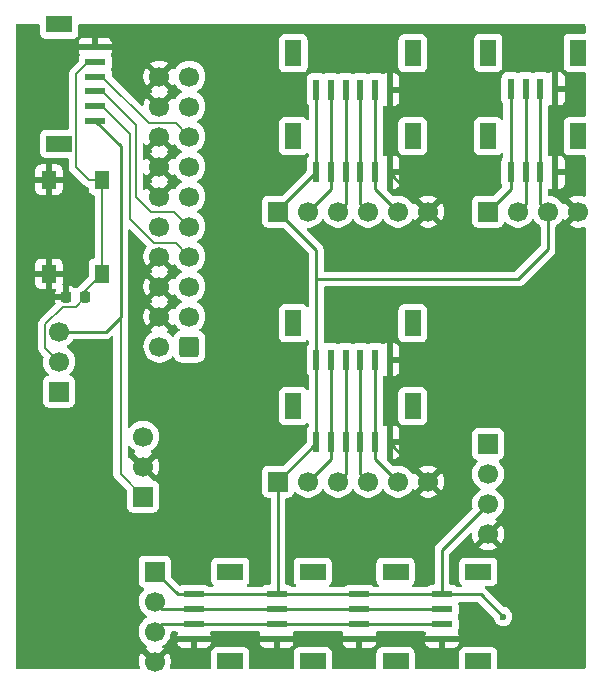
<source format=gbr>
%TF.GenerationSoftware,KiCad,Pcbnew,9.0.1*%
%TF.CreationDate,2025-06-01T13:31:13+09:00*%
%TF.ProjectId,DevTool,44657654-6f6f-46c2-9e6b-696361645f70,rev?*%
%TF.SameCoordinates,Original*%
%TF.FileFunction,Copper,L1,Top*%
%TF.FilePolarity,Positive*%
%FSLAX46Y46*%
G04 Gerber Fmt 4.6, Leading zero omitted, Abs format (unit mm)*
G04 Created by KiCad (PCBNEW 9.0.1) date 2025-06-01 13:31:13*
%MOMM*%
%LPD*%
G01*
G04 APERTURE LIST*
G04 Aperture macros list*
%AMRoundRect*
0 Rectangle with rounded corners*
0 $1 Rounding radius*
0 $2 $3 $4 $5 $6 $7 $8 $9 X,Y pos of 4 corners*
0 Add a 4 corners polygon primitive as box body*
4,1,4,$2,$3,$4,$5,$6,$7,$8,$9,$2,$3,0*
0 Add four circle primitives for the rounded corners*
1,1,$1+$1,$2,$3*
1,1,$1+$1,$4,$5*
1,1,$1+$1,$6,$7*
1,1,$1+$1,$8,$9*
0 Add four rect primitives between the rounded corners*
20,1,$1+$1,$2,$3,$4,$5,0*
20,1,$1+$1,$4,$5,$6,$7,0*
20,1,$1+$1,$6,$7,$8,$9,0*
20,1,$1+$1,$8,$9,$2,$3,0*%
G04 Aperture macros list end*
%TA.AperFunction,SMDPad,CuDef*%
%ADD10R,1.400000X2.225000*%
%TD*%
%TA.AperFunction,SMDPad,CuDef*%
%ADD11R,0.600000X1.800000*%
%TD*%
%TA.AperFunction,ComponentPad*%
%ADD12R,1.700000X1.700000*%
%TD*%
%TA.AperFunction,ComponentPad*%
%ADD13C,1.700000*%
%TD*%
%TA.AperFunction,SMDPad,CuDef*%
%ADD14RoundRect,0.225000X0.225000X0.250000X-0.225000X0.250000X-0.225000X-0.250000X0.225000X-0.250000X0*%
%TD*%
%TA.AperFunction,ComponentPad*%
%ADD15RoundRect,0.250000X0.600000X0.600000X-0.600000X0.600000X-0.600000X-0.600000X0.600000X-0.600000X0*%
%TD*%
%TA.AperFunction,SMDPad,CuDef*%
%ADD16R,2.225000X1.400000*%
%TD*%
%TA.AperFunction,SMDPad,CuDef*%
%ADD17R,1.800000X0.600000*%
%TD*%
%TA.AperFunction,SMDPad,CuDef*%
%ADD18R,1.300000X1.550000*%
%TD*%
%TA.AperFunction,ViaPad*%
%ADD19C,0.600000*%
%TD*%
%TA.AperFunction,Conductor*%
%ADD20C,0.200000*%
%TD*%
%TA.AperFunction,Conductor*%
%ADD21C,0.250000*%
%TD*%
G04 APERTURE END LIST*
D10*
%TO.P,J12,*%
%TO.N,*%
X130840000Y-60272500D03*
X140940000Y-60272500D03*
D11*
%TO.P,J12,1,Pin_1*%
%TO.N,+5V*%
X132765000Y-63335000D03*
%TO.P,J12,2,Pin_2*%
%TO.N,/GPS2_UART_TX*%
X134015000Y-63335000D03*
%TO.P,J12,3,Pin_3*%
%TO.N,/GPS2_UART_RX*%
X135265000Y-63335000D03*
%TO.P,J12,4,Pin_4*%
%TO.N,/GPS2_I2C_SCL*%
X136515000Y-63335000D03*
%TO.P,J12,5,Pin_5*%
%TO.N,/GPS2_I2C_SDA*%
X137765000Y-63335000D03*
%TO.P,J12,6,Pin_6*%
%TO.N,GND*%
X139015000Y-63335000D03*
%TD*%
D12*
%TO.P,J18,1,Pin_1*%
%TO.N,/UART1_TX*%
X147320000Y-93345000D03*
D13*
%TO.P,J18,2,Pin_2*%
%TO.N,unconnected-(J18-Pin_2-Pad2)*%
X147320000Y-95885000D03*
%TO.P,J18,3,Pin_3*%
%TO.N,+5V*%
X147320000Y-98425000D03*
%TO.P,J18,4,Pin_4*%
%TO.N,GND*%
X147320000Y-100965000D03*
%TD*%
D10*
%TO.P,J6,*%
%TO.N,*%
X130840000Y-90132500D03*
X140940000Y-90132500D03*
D11*
%TO.P,J6,1,Pin_1*%
%TO.N,+5V*%
X132765000Y-93195000D03*
%TO.P,J6,2,Pin_2*%
%TO.N,/UART_TX*%
X134015000Y-93195000D03*
%TO.P,J6,3,Pin_3*%
%TO.N,/UART_RX*%
X135265000Y-93195000D03*
%TO.P,J6,4,Pin_4*%
%TO.N,/UART_CTS*%
X136515000Y-93195000D03*
%TO.P,J6,5,Pin_5*%
%TO.N,/UART_RTS*%
X137765000Y-93195000D03*
%TO.P,J6,6,Pin_6*%
%TO.N,GND*%
X139015000Y-93195000D03*
%TD*%
D12*
%TO.P,J1,1,Pin_1*%
%TO.N,unconnected-(J1-Pin_1-Pad1)*%
X111000000Y-88900000D03*
D13*
%TO.P,J1,2,Pin_2*%
%TO.N,/BOOT0*%
X111000000Y-86360000D03*
%TO.P,J1,3,Pin_3*%
%TO.N,+3.3V*%
X111000000Y-83820000D03*
%TD*%
D10*
%TO.P,J15,*%
%TO.N,*%
X147330000Y-67272500D03*
X154930000Y-67272500D03*
D11*
%TO.P,J15,1,Pin_1*%
%TO.N,/CRSF_TX*%
X149255000Y-70335000D03*
%TO.P,J15,2,Pin_2*%
%TO.N,/CRSF_RX*%
X150505000Y-70335000D03*
%TO.P,J15,3,Pin_3*%
%TO.N,+5V*%
X151755000Y-70335000D03*
%TO.P,J15,4,Pin_4*%
%TO.N,GND*%
X153005000Y-70335000D03*
%TD*%
D12*
%TO.P,J10,1,Pin_1*%
%TO.N,+5V*%
X129540000Y-96520000D03*
D13*
%TO.P,J10,2,Pin_2*%
%TO.N,/UART_TX*%
X132080000Y-96520000D03*
%TO.P,J10,3,Pin_3*%
%TO.N,/UART_RX*%
X134620000Y-96520000D03*
%TO.P,J10,4,Pin_4*%
%TO.N,/UART_CTS*%
X137160000Y-96520000D03*
%TO.P,J10,5,Pin_5*%
%TO.N,/UART_RTS*%
X139700000Y-96520000D03*
%TO.P,J10,6,Pin_6*%
%TO.N,GND*%
X142240000Y-96520000D03*
%TD*%
D12*
%TO.P,J11,1,Pin_1*%
%TO.N,+5V*%
X119100000Y-104140000D03*
D13*
%TO.P,J11,2,Pin_2*%
%TO.N,/I2C_SCL{slash}CAN2_P*%
X119100000Y-106680000D03*
%TO.P,J11,3,Pin_3*%
%TO.N,/I2C_SDA{slash}CAN2_N*%
X119100000Y-109220000D03*
%TO.P,J11,4,Pin_4*%
%TO.N,GND*%
X119100000Y-111760000D03*
%TD*%
D14*
%TO.P,C1,1*%
%TO.N,/BOOT0*%
X113170000Y-80930000D03*
%TO.P,C1,2*%
%TO.N,GND*%
X111620000Y-80930000D03*
%TD*%
D15*
%TO.P,J8,1,VTREF*%
%TO.N,unconnected-(J8-VTREF-Pad1)*%
X122037500Y-85090000D03*
D13*
%TO.P,J8,2,VCC/NC*%
%TO.N,unconnected-(J8-VCC{slash}NC-Pad2)*%
X119497500Y-85090000D03*
%TO.P,J8,3,~{TRST}*%
%TO.N,unconnected-(J8-~{TRST}-Pad3)*%
X122037500Y-82550000D03*
%TO.P,J8,4,GND*%
%TO.N,GND*%
X119497500Y-82550000D03*
%TO.P,J8,5,TDI*%
%TO.N,unconnected-(J8-TDI-Pad5)*%
X122037500Y-80010000D03*
%TO.P,J8,6,GND*%
%TO.N,GND*%
X119497500Y-80010000D03*
%TO.P,J8,7,TMS/SWDIO*%
%TO.N,/SWDIO*%
X122037500Y-77470000D03*
%TO.P,J8,8,GND*%
%TO.N,GND*%
X119497500Y-77470000D03*
%TO.P,J8,9,TCK/SWCLK*%
%TO.N,/SWCLK*%
X122037500Y-74930000D03*
%TO.P,J8,10,GND*%
%TO.N,GND*%
X119497500Y-74930000D03*
%TO.P,J8,11,RTCK*%
%TO.N,unconnected-(J8-RTCK-Pad11)*%
X122037500Y-72390000D03*
%TO.P,J8,12,GND*%
%TO.N,GND*%
X119497500Y-72390000D03*
%TO.P,J8,13,TDO/SWO*%
%TO.N,unconnected-(J8-TDO{slash}SWO-Pad13)*%
X122037500Y-69850000D03*
%TO.P,J8,14,GND*%
%TO.N,GND*%
X119497500Y-69850000D03*
%TO.P,J8,15,~{SRST}*%
%TO.N,/NRST*%
X122037500Y-67310000D03*
%TO.P,J8,16,GND*%
%TO.N,GND*%
X119497500Y-67310000D03*
%TO.P,J8,17,DBGRQ/NC*%
%TO.N,unconnected-(J8-DBGRQ{slash}NC-Pad17)*%
X122037500Y-64770000D03*
%TO.P,J8,18,GND*%
%TO.N,GND*%
X119497500Y-64770000D03*
%TO.P,J8,19,DBGACK/NC*%
%TO.N,unconnected-(J8-DBGACK{slash}NC-Pad19)*%
X122037500Y-62230000D03*
%TO.P,J8,20,GND*%
%TO.N,GND*%
X119497500Y-62230000D03*
%TD*%
D16*
%TO.P,J7,*%
%TO.N,*%
X132487500Y-104150000D03*
X132487500Y-111750000D03*
D17*
%TO.P,J7,1,Pin_1*%
%TO.N,+5V*%
X129425000Y-106075000D03*
%TO.P,J7,2,Pin_2*%
%TO.N,/I2C_SCL{slash}CAN2_P*%
X129425000Y-107325000D03*
%TO.P,J7,3,Pin_3*%
%TO.N,/I2C_SDA{slash}CAN2_N*%
X129425000Y-108575000D03*
%TO.P,J7,4,Pin_4*%
%TO.N,GND*%
X129425000Y-109825000D03*
%TD*%
D10*
%TO.P,J16,*%
%TO.N,*%
X130840000Y-67272500D03*
X140940000Y-67272500D03*
D11*
%TO.P,J16,1,Pin_1*%
%TO.N,+5V*%
X132765000Y-70335000D03*
%TO.P,J16,2,Pin_2*%
%TO.N,/GPS2_UART_TX*%
X134015000Y-70335000D03*
%TO.P,J16,3,Pin_3*%
%TO.N,/GPS2_UART_RX*%
X135265000Y-70335000D03*
%TO.P,J16,4,Pin_4*%
%TO.N,/GPS2_I2C_SCL*%
X136515000Y-70335000D03*
%TO.P,J16,5,Pin_5*%
%TO.N,/GPS2_I2C_SDA*%
X137765000Y-70335000D03*
%TO.P,J16,6,Pin_6*%
%TO.N,GND*%
X139015000Y-70335000D03*
%TD*%
D10*
%TO.P,J22,*%
%TO.N,*%
X147330000Y-60207500D03*
X154930000Y-60207500D03*
D11*
%TO.P,J22,1,Pin_1*%
%TO.N,/CRSF_TX*%
X149255000Y-63270000D03*
%TO.P,J22,2,Pin_2*%
%TO.N,/CRSF_RX*%
X150505000Y-63270000D03*
%TO.P,J22,3,Pin_3*%
%TO.N,+5V*%
X151755000Y-63270000D03*
%TO.P,J22,4,Pin_4*%
%TO.N,GND*%
X153005000Y-63270000D03*
%TD*%
D16*
%TO.P,J9,*%
%TO.N,*%
X125487500Y-104150000D03*
X125487500Y-111750000D03*
D17*
%TO.P,J9,1,Pin_1*%
%TO.N,+5V*%
X122425000Y-106075000D03*
%TO.P,J9,2,Pin_2*%
%TO.N,/I2C_SCL{slash}CAN2_P*%
X122425000Y-107325000D03*
%TO.P,J9,3,Pin_3*%
%TO.N,/I2C_SDA{slash}CAN2_N*%
X122425000Y-108575000D03*
%TO.P,J9,4,Pin_4*%
%TO.N,GND*%
X122425000Y-109825000D03*
%TD*%
D18*
%TO.P,SW1,1,1*%
%TO.N,GND*%
X110145000Y-78910000D03*
X110145000Y-70950000D03*
%TO.P,SW1,2,2*%
%TO.N,/BOOT0*%
X114645000Y-78910000D03*
X114645000Y-70950000D03*
%TD*%
D12*
%TO.P,J17,1,Pin_1*%
%TO.N,+3.3V*%
X118110000Y-97790000D03*
D13*
%TO.P,J17,2,Pin_2*%
%TO.N,GND*%
X118110000Y-95250000D03*
%TO.P,J17,3,Pin_3*%
%TO.N,/UART1_RX*%
X118110000Y-92710000D03*
%TD*%
D16*
%TO.P,J3,*%
%TO.N,*%
X146487500Y-104150000D03*
X146487500Y-111750000D03*
D17*
%TO.P,J3,1,Pin_1*%
%TO.N,+5V*%
X143425000Y-106075000D03*
%TO.P,J3,2,Pin_2*%
%TO.N,/I2C_SCL{slash}CAN2_P*%
X143425000Y-107325000D03*
%TO.P,J3,3,Pin_3*%
%TO.N,/I2C_SDA{slash}CAN2_N*%
X143425000Y-108575000D03*
%TO.P,J3,4,Pin_4*%
%TO.N,GND*%
X143425000Y-109825000D03*
%TD*%
D12*
%TO.P,J19,1,Pin_1*%
%TO.N,/CRSF_TX*%
X147320000Y-73660000D03*
D13*
%TO.P,J19,2,Pin_2*%
%TO.N,/CRSF_RX*%
X149860000Y-73660000D03*
%TO.P,J19,3,Pin_3*%
%TO.N,+5V*%
X152400000Y-73660000D03*
%TO.P,J19,4,Pin_4*%
%TO.N,GND*%
X154940000Y-73660000D03*
%TD*%
D12*
%TO.P,J20,1,Pin_1*%
%TO.N,+5V*%
X129540000Y-73660000D03*
D13*
%TO.P,J20,2,Pin_2*%
%TO.N,/GPS2_UART_TX*%
X132080000Y-73660000D03*
%TO.P,J20,3,Pin_3*%
%TO.N,/GPS2_UART_RX*%
X134620000Y-73660000D03*
%TO.P,J20,4,Pin_4*%
%TO.N,/GPS2_I2C_SCL*%
X137160000Y-73660000D03*
%TO.P,J20,5,Pin_5*%
%TO.N,/GPS2_I2C_SDA*%
X139700000Y-73660000D03*
%TO.P,J20,6,Pin_6*%
%TO.N,GND*%
X142240000Y-73660000D03*
%TD*%
D10*
%TO.P,J4,*%
%TO.N,*%
X130840000Y-83132500D03*
X140940000Y-83132500D03*
D11*
%TO.P,J4,1,Pin_1*%
%TO.N,+5V*%
X132765000Y-86195000D03*
%TO.P,J4,2,Pin_2*%
%TO.N,/UART_TX*%
X134015000Y-86195000D03*
%TO.P,J4,3,Pin_3*%
%TO.N,/UART_RX*%
X135265000Y-86195000D03*
%TO.P,J4,4,Pin_4*%
%TO.N,/UART_CTS*%
X136515000Y-86195000D03*
%TO.P,J4,5,Pin_5*%
%TO.N,/UART_RTS*%
X137765000Y-86195000D03*
%TO.P,J4,6,Pin_6*%
%TO.N,GND*%
X139015000Y-86195000D03*
%TD*%
D16*
%TO.P,J5,*%
%TO.N,*%
X139487500Y-104150000D03*
X139487500Y-111750000D03*
D17*
%TO.P,J5,1,Pin_1*%
%TO.N,+5V*%
X136425000Y-106075000D03*
%TO.P,J5,2,Pin_2*%
%TO.N,/I2C_SCL{slash}CAN2_P*%
X136425000Y-107325000D03*
%TO.P,J5,3,Pin_3*%
%TO.N,/I2C_SDA{slash}CAN2_N*%
X136425000Y-108575000D03*
%TO.P,J5,4,Pin_4*%
%TO.N,GND*%
X136425000Y-109825000D03*
%TD*%
D16*
%TO.P,J2,*%
%TO.N,*%
X111007500Y-67915000D03*
X111007500Y-57815000D03*
D17*
%TO.P,J2,1,Pin_1*%
%TO.N,+3.3V*%
X114070000Y-65990000D03*
%TO.P,J2,2,Pin_2*%
%TO.N,/SWDIO*%
X114070000Y-64740000D03*
%TO.P,J2,3,Pin_3*%
%TO.N,/SWCLK*%
X114070000Y-63490000D03*
%TO.P,J2,4,Pin_4*%
%TO.N,/NRST*%
X114070000Y-62240000D03*
%TO.P,J2,5,Pin_5*%
%TO.N,/BOOT0*%
X114070000Y-60990000D03*
%TO.P,J2,6,Pin_6*%
%TO.N,GND*%
X114070000Y-59740000D03*
%TD*%
D19*
%TO.N,+5V*%
X148590000Y-107950000D03*
%TD*%
D20*
%TO.N,+3.3V*%
X118110000Y-97790000D02*
X116205000Y-95885000D01*
X116205000Y-95885000D02*
X116205000Y-82550000D01*
D21*
X114935000Y-83820000D02*
X111000000Y-83820000D01*
X116205000Y-82550000D02*
X114935000Y-83820000D01*
X116205000Y-68125000D02*
X116205000Y-82550000D01*
X114070000Y-65990000D02*
X116205000Y-68125000D01*
%TO.N,+5V*%
X149860000Y-79375000D02*
X132765000Y-79375000D01*
X152400000Y-76835000D02*
X149860000Y-79375000D01*
X152400000Y-73660000D02*
X152400000Y-76835000D01*
X132765000Y-79375000D02*
X132765000Y-86195000D01*
X132765000Y-76885000D02*
X132765000Y-79375000D01*
X129540000Y-73660000D02*
X132765000Y-76885000D01*
X129540000Y-96520000D02*
X129540000Y-105960000D01*
X129540000Y-105960000D02*
X129425000Y-106075000D01*
X146715000Y-106075000D02*
X148590000Y-107950000D01*
X143425000Y-106075000D02*
X146715000Y-106075000D01*
X143425000Y-102320000D02*
X147320000Y-98425000D01*
X143425000Y-106075000D02*
X143425000Y-102320000D01*
%TO.N,GND*%
X153005000Y-71725000D02*
X154940000Y-73660000D01*
X153005000Y-70335000D02*
X153005000Y-71725000D01*
X153005000Y-63270000D02*
X153005000Y-70335000D01*
%TO.N,+5V*%
X151755000Y-73015000D02*
X151755000Y-70335000D01*
X152400000Y-73660000D02*
X151755000Y-73015000D01*
X151755000Y-63270000D02*
X151755000Y-70335000D01*
%TO.N,/CRSF_RX*%
X150505000Y-73015000D02*
X149860000Y-73660000D01*
X150505000Y-70335000D02*
X150505000Y-73015000D01*
X150505000Y-63270000D02*
X150505000Y-70335000D01*
%TO.N,/CRSF_TX*%
X149255000Y-70335000D02*
X149255000Y-71725000D01*
X149255000Y-71725000D02*
X147320000Y-73660000D01*
X149255000Y-63270000D02*
X149255000Y-70335000D01*
%TO.N,GND*%
X139015000Y-70435000D02*
X139015000Y-70335000D01*
X142240000Y-73660000D02*
X139015000Y-70435000D01*
%TO.N,/GPS2_I2C_SDA*%
X139700000Y-73660000D02*
X137765000Y-71725000D01*
X137765000Y-71725000D02*
X137765000Y-70335000D01*
%TO.N,/GPS2_I2C_SCL*%
X136515000Y-73015000D02*
X136515000Y-70335000D01*
X137160000Y-73660000D02*
X136515000Y-73015000D01*
%TO.N,/GPS2_UART_RX*%
X134620000Y-73660000D02*
X135265000Y-73015000D01*
X135265000Y-73015000D02*
X135265000Y-70335000D01*
%TO.N,/GPS2_UART_TX*%
X134015000Y-71725000D02*
X134015000Y-70335000D01*
X132080000Y-73660000D02*
X134015000Y-71725000D01*
%TO.N,+5V*%
X129540000Y-73560000D02*
X132765000Y-70335000D01*
X129540000Y-73660000D02*
X129540000Y-73560000D01*
%TO.N,GND*%
X139015000Y-63335000D02*
X139015000Y-70335000D01*
%TO.N,/GPS2_I2C_SDA*%
X137765000Y-63335000D02*
X137765000Y-70335000D01*
%TO.N,/GPS2_I2C_SCL*%
X136515000Y-63335000D02*
X136515000Y-70335000D01*
%TO.N,/GPS2_UART_RX*%
X135265000Y-63335000D02*
X135265000Y-70335000D01*
%TO.N,/GPS2_UART_TX*%
X134015000Y-63335000D02*
X134015000Y-70335000D01*
%TO.N,+5V*%
X132765000Y-63335000D02*
X132765000Y-70335000D01*
%TO.N,GND*%
X139015000Y-93295000D02*
X139015000Y-93195000D01*
X142240000Y-96520000D02*
X139015000Y-93295000D01*
%TO.N,+5V*%
X132765000Y-93295000D02*
X132765000Y-93195000D01*
X129540000Y-96520000D02*
X132765000Y-93295000D01*
%TO.N,/UART_TX*%
X134015000Y-94585000D02*
X134015000Y-93195000D01*
X132080000Y-96520000D02*
X134015000Y-94585000D01*
%TO.N,/UART_RTS*%
X137765000Y-94585000D02*
X137765000Y-93195000D01*
X139700000Y-96520000D02*
X137765000Y-94585000D01*
%TO.N,/UART_CTS*%
X136515000Y-95875000D02*
X136515000Y-93195000D01*
X137160000Y-96520000D02*
X136515000Y-95875000D01*
%TO.N,/UART_RX*%
X135265000Y-95875000D02*
X135265000Y-93195000D01*
X134620000Y-96520000D02*
X135265000Y-95875000D01*
%TO.N,GND*%
X139015000Y-86195000D02*
X139015000Y-93195000D01*
%TO.N,/UART_RTS*%
X137765000Y-86195000D02*
X137765000Y-93195000D01*
%TO.N,/UART_CTS*%
X136515000Y-86195000D02*
X136515000Y-93195000D01*
%TO.N,/UART_RX*%
X135265000Y-86195000D02*
X135265000Y-93195000D01*
%TO.N,/UART_TX*%
X134015000Y-86195000D02*
X134015000Y-93195000D01*
%TO.N,+5V*%
X132765000Y-86195000D02*
X132765000Y-93195000D01*
X121035000Y-106075000D02*
X119100000Y-104140000D01*
X122425000Y-106075000D02*
X121035000Y-106075000D01*
%TO.N,GND*%
X121035000Y-109825000D02*
X122425000Y-109825000D01*
X119100000Y-111760000D02*
X121035000Y-109825000D01*
%TO.N,/I2C_SDA{slash}CAN2_N*%
X119745000Y-108575000D02*
X122425000Y-108575000D01*
X119100000Y-109220000D02*
X119745000Y-108575000D01*
%TO.N,/I2C_SCL{slash}CAN2_P*%
X119745000Y-107325000D02*
X122425000Y-107325000D01*
X119100000Y-106680000D02*
X119745000Y-107325000D01*
%TO.N,+5V*%
X143425000Y-106075000D02*
X122425000Y-106075000D01*
%TO.N,/I2C_SCL{slash}CAN2_P*%
X143425000Y-107325000D02*
X122425000Y-107325000D01*
%TO.N,/I2C_SDA{slash}CAN2_N*%
X143425000Y-108575000D02*
X122425000Y-108575000D01*
%TO.N,GND*%
X143425000Y-109825000D02*
X122425000Y-109825000D01*
D20*
%TO.N,/BOOT0*%
X113170000Y-80930000D02*
X113170000Y-80385000D01*
X113495000Y-70950000D02*
X114645000Y-70950000D01*
X112421000Y-62039000D02*
X112421000Y-69876000D01*
X113470000Y-60990000D02*
X112421000Y-62039000D01*
X112421000Y-69876000D02*
X113495000Y-70950000D01*
X114070000Y-60990000D02*
X113470000Y-60990000D01*
%TO.N,/SWCLK*%
X114670000Y-63490000D02*
X114070000Y-63490000D01*
X117475000Y-66295000D02*
X114670000Y-63490000D01*
X118745000Y-73660000D02*
X117475000Y-72390000D01*
X117475000Y-72390000D02*
X117475000Y-66295000D01*
X120767500Y-73660000D02*
X118745000Y-73660000D01*
X122037500Y-74930000D02*
X120767500Y-73660000D01*
%TO.N,/SWDIO*%
X117016000Y-74314260D02*
X119020740Y-76319000D01*
X117016000Y-67134000D02*
X117016000Y-74314260D01*
X120886500Y-76319000D02*
X122037500Y-77470000D01*
X119020740Y-76319000D02*
X120886500Y-76319000D01*
X114070000Y-64740000D02*
X114622000Y-64740000D01*
X114622000Y-64740000D02*
X117016000Y-67134000D01*
%TO.N,/NRST*%
X120886500Y-66159000D02*
X122037500Y-67310000D01*
X118589000Y-66159000D02*
X120886500Y-66159000D01*
X114670000Y-62240000D02*
X118589000Y-66159000D01*
X114070000Y-62240000D02*
X114670000Y-62240000D01*
%TO.N,/BOOT0*%
X114645000Y-70950000D02*
X114645000Y-78910000D01*
X113170000Y-80385000D02*
X114645000Y-78910000D01*
X112394000Y-81706000D02*
X113170000Y-80930000D01*
X111334000Y-81706000D02*
X112394000Y-81706000D01*
X111000000Y-86360000D02*
X109849000Y-85209000D01*
X109849000Y-85209000D02*
X109849000Y-83191000D01*
X109849000Y-83191000D02*
X111334000Y-81706000D01*
%TD*%
%TA.AperFunction,Conductor*%
%TO.N,GND*%
G36*
X117010703Y-93500038D02*
G01*
X117029819Y-93520866D01*
X117079896Y-93589792D01*
X117230213Y-93740109D01*
X117402179Y-93865048D01*
X117402181Y-93865049D01*
X117402184Y-93865051D01*
X117411493Y-93869794D01*
X117462290Y-93917766D01*
X117479087Y-93985587D01*
X117456552Y-94051722D01*
X117411505Y-94090760D01*
X117402446Y-94095376D01*
X117402440Y-94095380D01*
X117348282Y-94134727D01*
X117348282Y-94134728D01*
X117980591Y-94767037D01*
X117917007Y-94784075D01*
X117802993Y-94849901D01*
X117709901Y-94942993D01*
X117644075Y-95057007D01*
X117627037Y-95120591D01*
X116994728Y-94488282D01*
X116939229Y-94492650D01*
X116870852Y-94478286D01*
X116821095Y-94429234D01*
X116805500Y-94369032D01*
X116805500Y-93593751D01*
X116825185Y-93526712D01*
X116877989Y-93480957D01*
X116947147Y-93471013D01*
X117010703Y-93500038D01*
G37*
%TD.AperFunction*%
%TA.AperFunction,Conductor*%
G36*
X120612770Y-83311717D02*
G01*
X120612770Y-83311716D01*
X120652122Y-83257555D01*
X120656732Y-83248507D01*
X120704705Y-83197709D01*
X120772525Y-83180912D01*
X120838661Y-83203447D01*
X120877704Y-83248504D01*
X120882449Y-83257817D01*
X121007390Y-83429786D01*
X121157709Y-83580105D01*
X121162606Y-83583663D01*
X121205271Y-83638994D01*
X121211250Y-83708607D01*
X121178644Y-83770402D01*
X121128729Y-83801685D01*
X121118173Y-83805183D01*
X121118163Y-83805187D01*
X120968842Y-83897289D01*
X120844789Y-84021342D01*
X120752687Y-84170663D01*
X120752683Y-84170673D01*
X120749185Y-84181229D01*
X120709410Y-84238672D01*
X120644893Y-84265493D01*
X120576118Y-84253174D01*
X120531163Y-84215106D01*
X120527605Y-84210209D01*
X120377286Y-84059890D01*
X120205317Y-83934949D01*
X120196004Y-83930204D01*
X120145207Y-83882230D01*
X120128412Y-83814409D01*
X120150949Y-83748274D01*
X120196007Y-83709232D01*
X120205055Y-83704622D01*
X120259216Y-83665270D01*
X120259217Y-83665270D01*
X119626908Y-83032962D01*
X119690493Y-83015925D01*
X119804507Y-82950099D01*
X119897599Y-82857007D01*
X119963425Y-82742993D01*
X119980462Y-82679408D01*
X120612770Y-83311717D01*
G37*
%TD.AperFunction*%
%TA.AperFunction,Conductor*%
G36*
X120612770Y-80771717D02*
G01*
X120612770Y-80771716D01*
X120652122Y-80717555D01*
X120656732Y-80708507D01*
X120704705Y-80657709D01*
X120772525Y-80640912D01*
X120838661Y-80663447D01*
X120877704Y-80708504D01*
X120882449Y-80717817D01*
X121007390Y-80889786D01*
X121157713Y-81040109D01*
X121329682Y-81165050D01*
X121338446Y-81169516D01*
X121389242Y-81217491D01*
X121406036Y-81285312D01*
X121383498Y-81351447D01*
X121338446Y-81390484D01*
X121329682Y-81394949D01*
X121157713Y-81519890D01*
X121007390Y-81670213D01*
X120882449Y-81842182D01*
X120877702Y-81851499D01*
X120829727Y-81902293D01*
X120761905Y-81919087D01*
X120695771Y-81896548D01*
X120656734Y-81851495D01*
X120652126Y-81842452D01*
X120612770Y-81788282D01*
X120612769Y-81788282D01*
X119980462Y-82420590D01*
X119963425Y-82357007D01*
X119897599Y-82242993D01*
X119804507Y-82149901D01*
X119690493Y-82084075D01*
X119626909Y-82067037D01*
X120259216Y-81434728D01*
X120205050Y-81395375D01*
X120195454Y-81390486D01*
X120144657Y-81342512D01*
X120127861Y-81274692D01*
X120150397Y-81208556D01*
X120195454Y-81169514D01*
X120205054Y-81164622D01*
X120259216Y-81125270D01*
X120259217Y-81125270D01*
X119626908Y-80492962D01*
X119690493Y-80475925D01*
X119804507Y-80410099D01*
X119897599Y-80317007D01*
X119963425Y-80202993D01*
X119980462Y-80139408D01*
X120612770Y-80771717D01*
G37*
%TD.AperFunction*%
%TA.AperFunction,Conductor*%
G36*
X120612770Y-78231717D02*
G01*
X120612770Y-78231716D01*
X120652122Y-78177555D01*
X120656732Y-78168507D01*
X120704705Y-78117709D01*
X120772525Y-78100912D01*
X120838661Y-78123447D01*
X120877704Y-78168504D01*
X120882449Y-78177817D01*
X121007390Y-78349786D01*
X121157713Y-78500109D01*
X121329682Y-78625050D01*
X121338446Y-78629516D01*
X121389242Y-78677491D01*
X121406036Y-78745312D01*
X121383498Y-78811447D01*
X121338446Y-78850484D01*
X121329682Y-78854949D01*
X121157713Y-78979890D01*
X121007390Y-79130213D01*
X120882449Y-79302182D01*
X120877702Y-79311499D01*
X120829727Y-79362293D01*
X120761905Y-79379087D01*
X120695771Y-79356548D01*
X120656734Y-79311495D01*
X120652126Y-79302452D01*
X120612770Y-79248282D01*
X120612769Y-79248282D01*
X119980462Y-79880590D01*
X119963425Y-79817007D01*
X119897599Y-79702993D01*
X119804507Y-79609901D01*
X119690493Y-79544075D01*
X119626909Y-79527037D01*
X120259216Y-78894728D01*
X120205050Y-78855375D01*
X120195454Y-78850486D01*
X120144657Y-78802512D01*
X120127861Y-78734692D01*
X120150397Y-78668556D01*
X120195454Y-78629514D01*
X120205054Y-78624622D01*
X120259216Y-78585270D01*
X120259217Y-78585270D01*
X119626908Y-77952962D01*
X119690493Y-77935925D01*
X119804507Y-77870099D01*
X119897599Y-77777007D01*
X119963425Y-77662993D01*
X119980462Y-77599409D01*
X120612770Y-78231717D01*
G37*
%TD.AperFunction*%
%TA.AperFunction,Conductor*%
G36*
X119031575Y-70042993D02*
G01*
X119097401Y-70157007D01*
X119190493Y-70250099D01*
X119304507Y-70315925D01*
X119368091Y-70332962D01*
X118767471Y-70933581D01*
X118846211Y-71050895D01*
X118847420Y-71054729D01*
X118850344Y-71057491D01*
X118857843Y-71087778D01*
X118867227Y-71117529D01*
X118866171Y-71121408D01*
X118867138Y-71125312D01*
X118857073Y-71154844D01*
X118848883Y-71184947D01*
X118845897Y-71187640D01*
X118844600Y-71191447D01*
X118799551Y-71230483D01*
X118789940Y-71235380D01*
X118735782Y-71274727D01*
X118735782Y-71274728D01*
X119368091Y-71907037D01*
X119304507Y-71924075D01*
X119190493Y-71989901D01*
X119097401Y-72082993D01*
X119031575Y-72197007D01*
X119014537Y-72260591D01*
X118382228Y-71628282D01*
X118382227Y-71628282D01*
X118342880Y-71682440D01*
X118342878Y-71682443D01*
X118309984Y-71747001D01*
X118262010Y-71797796D01*
X118194188Y-71814591D01*
X118128054Y-71792053D01*
X118084603Y-71737338D01*
X118075500Y-71690705D01*
X118075500Y-70549295D01*
X118095185Y-70482256D01*
X118147989Y-70436501D01*
X118217147Y-70426557D01*
X118280703Y-70455582D01*
X118309985Y-70493000D01*
X118342875Y-70557550D01*
X118382228Y-70611716D01*
X119014537Y-69979408D01*
X119031575Y-70042993D01*
G37*
%TD.AperFunction*%
%TA.AperFunction,Conductor*%
G36*
X120612770Y-70611717D02*
G01*
X120612770Y-70611716D01*
X120652122Y-70557555D01*
X120656732Y-70548507D01*
X120704705Y-70497709D01*
X120772525Y-70480912D01*
X120838661Y-70503447D01*
X120877704Y-70548504D01*
X120882449Y-70557817D01*
X121007390Y-70729786D01*
X121157713Y-70880109D01*
X121329682Y-71005050D01*
X121338446Y-71009516D01*
X121389242Y-71057491D01*
X121406036Y-71125312D01*
X121383498Y-71191447D01*
X121338446Y-71230484D01*
X121329682Y-71234949D01*
X121157713Y-71359890D01*
X121007390Y-71510213D01*
X120882449Y-71682182D01*
X120877702Y-71691499D01*
X120829727Y-71742293D01*
X120761905Y-71759087D01*
X120695771Y-71736548D01*
X120656734Y-71691495D01*
X120652126Y-71682452D01*
X120612770Y-71628282D01*
X120612769Y-71628282D01*
X119980462Y-72260589D01*
X119963425Y-72197007D01*
X119897599Y-72082993D01*
X119804507Y-71989901D01*
X119690493Y-71924075D01*
X119626909Y-71907037D01*
X120259216Y-71274728D01*
X120205050Y-71235375D01*
X120195454Y-71230486D01*
X120144657Y-71182512D01*
X120127861Y-71114692D01*
X120150397Y-71048556D01*
X120195454Y-71009514D01*
X120205054Y-71004622D01*
X120259216Y-70965270D01*
X120259217Y-70965270D01*
X119626908Y-70332962D01*
X119690493Y-70315925D01*
X119804507Y-70250099D01*
X119897599Y-70157007D01*
X119963425Y-70042993D01*
X119980462Y-69979408D01*
X120612770Y-70611717D01*
G37*
%TD.AperFunction*%
%TA.AperFunction,Conductor*%
G36*
X119031575Y-67502993D02*
G01*
X119097401Y-67617007D01*
X119190493Y-67710099D01*
X119304507Y-67775925D01*
X119368091Y-67792962D01*
X118767471Y-68393581D01*
X118846211Y-68510895D01*
X118847420Y-68514729D01*
X118850344Y-68517491D01*
X118857843Y-68547778D01*
X118867227Y-68577529D01*
X118866171Y-68581408D01*
X118867138Y-68585312D01*
X118857073Y-68614844D01*
X118848883Y-68644947D01*
X118845897Y-68647640D01*
X118844600Y-68651447D01*
X118799551Y-68690483D01*
X118789940Y-68695380D01*
X118735782Y-68734727D01*
X118735782Y-68734728D01*
X119368091Y-69367037D01*
X119304507Y-69384075D01*
X119190493Y-69449901D01*
X119097401Y-69542993D01*
X119031575Y-69657007D01*
X119014537Y-69720591D01*
X118382228Y-69088282D01*
X118382227Y-69088282D01*
X118342880Y-69142440D01*
X118342878Y-69142443D01*
X118309984Y-69207001D01*
X118262010Y-69257796D01*
X118194188Y-69274591D01*
X118128054Y-69252053D01*
X118084603Y-69197338D01*
X118075500Y-69150705D01*
X118075500Y-68009295D01*
X118095185Y-67942256D01*
X118147989Y-67896501D01*
X118217147Y-67886557D01*
X118280703Y-67915582D01*
X118309985Y-67953000D01*
X118342875Y-68017550D01*
X118382228Y-68071716D01*
X119014536Y-67439407D01*
X119031575Y-67502993D01*
G37*
%TD.AperFunction*%
%TA.AperFunction,Conductor*%
G36*
X120612770Y-68071717D02*
G01*
X120612770Y-68071716D01*
X120652122Y-68017555D01*
X120656732Y-68008507D01*
X120704705Y-67957709D01*
X120772525Y-67940912D01*
X120838661Y-67963447D01*
X120877704Y-68008504D01*
X120882449Y-68017817D01*
X121007390Y-68189786D01*
X121157713Y-68340109D01*
X121329682Y-68465050D01*
X121338446Y-68469516D01*
X121389242Y-68517491D01*
X121406036Y-68585312D01*
X121383498Y-68651447D01*
X121338446Y-68690484D01*
X121329682Y-68694949D01*
X121157713Y-68819890D01*
X121007390Y-68970213D01*
X120882449Y-69142182D01*
X120877702Y-69151499D01*
X120829727Y-69202293D01*
X120761905Y-69219087D01*
X120695771Y-69196548D01*
X120656734Y-69151495D01*
X120652126Y-69142452D01*
X120612770Y-69088282D01*
X120612769Y-69088282D01*
X119980462Y-69720590D01*
X119963425Y-69657007D01*
X119897599Y-69542993D01*
X119804507Y-69449901D01*
X119690493Y-69384075D01*
X119626909Y-69367037D01*
X120259216Y-68734728D01*
X120205050Y-68695375D01*
X120195454Y-68690486D01*
X120144657Y-68642512D01*
X120127861Y-68574692D01*
X120150397Y-68508556D01*
X120195454Y-68469514D01*
X120205054Y-68464622D01*
X120259216Y-68425270D01*
X120259217Y-68425270D01*
X119626908Y-67792962D01*
X119690493Y-67775925D01*
X119804507Y-67710099D01*
X119897599Y-67617007D01*
X119963425Y-67502993D01*
X119980462Y-67439409D01*
X120612770Y-68071717D01*
G37*
%TD.AperFunction*%
%TA.AperFunction,Conductor*%
G36*
X120612770Y-62991717D02*
G01*
X120612770Y-62991716D01*
X120652122Y-62937555D01*
X120656732Y-62928507D01*
X120704705Y-62877709D01*
X120772525Y-62860912D01*
X120838661Y-62883447D01*
X120877704Y-62928504D01*
X120882449Y-62937817D01*
X121007390Y-63109786D01*
X121157713Y-63260109D01*
X121329682Y-63385050D01*
X121338446Y-63389516D01*
X121389242Y-63437491D01*
X121406036Y-63505312D01*
X121383498Y-63571447D01*
X121338446Y-63610484D01*
X121329682Y-63614949D01*
X121157713Y-63739890D01*
X121007390Y-63890213D01*
X120882449Y-64062182D01*
X120877702Y-64071499D01*
X120829727Y-64122293D01*
X120761905Y-64139087D01*
X120695771Y-64116548D01*
X120656734Y-64071495D01*
X120652126Y-64062452D01*
X120612770Y-64008282D01*
X120612769Y-64008282D01*
X119980462Y-64640589D01*
X119963425Y-64577007D01*
X119897599Y-64462993D01*
X119804507Y-64369901D01*
X119690493Y-64304075D01*
X119626909Y-64287037D01*
X120259216Y-63654728D01*
X120205050Y-63615375D01*
X120195454Y-63610486D01*
X120144657Y-63562512D01*
X120127861Y-63494692D01*
X120150397Y-63428556D01*
X120195454Y-63389514D01*
X120205054Y-63384622D01*
X120259216Y-63345270D01*
X120259217Y-63345270D01*
X119626908Y-62712962D01*
X119690493Y-62695925D01*
X119804507Y-62630099D01*
X119897599Y-62537007D01*
X119963425Y-62422993D01*
X119980462Y-62359409D01*
X120612770Y-62991717D01*
G37*
%TD.AperFunction*%
%TA.AperFunction,Conductor*%
G36*
X109337539Y-57804685D02*
G01*
X109383294Y-57857489D01*
X109394500Y-57909000D01*
X109394500Y-58562870D01*
X109394501Y-58562876D01*
X109400908Y-58622483D01*
X109451202Y-58757328D01*
X109451206Y-58757335D01*
X109537452Y-58872544D01*
X109537455Y-58872547D01*
X109652664Y-58958793D01*
X109652671Y-58958797D01*
X109787517Y-59009091D01*
X109787516Y-59009091D01*
X109794444Y-59009835D01*
X109847127Y-59015500D01*
X112167872Y-59015499D01*
X112227483Y-59009091D01*
X112362331Y-58958796D01*
X112477546Y-58872546D01*
X112563796Y-58757331D01*
X112614091Y-58622483D01*
X112620500Y-58562873D01*
X112620499Y-57908998D01*
X112640183Y-57841961D01*
X112692987Y-57796206D01*
X112744499Y-57785000D01*
X155451000Y-57785000D01*
X155518039Y-57804685D01*
X155563794Y-57857489D01*
X155575000Y-57909000D01*
X155575000Y-58470500D01*
X155555315Y-58537539D01*
X155502511Y-58583294D01*
X155451000Y-58594500D01*
X154182129Y-58594500D01*
X154182123Y-58594501D01*
X154122516Y-58600908D01*
X153987671Y-58651202D01*
X153987664Y-58651206D01*
X153872455Y-58737452D01*
X153872452Y-58737455D01*
X153786206Y-58852664D01*
X153786202Y-58852671D01*
X153735908Y-58987517D01*
X153732900Y-59015500D01*
X153729501Y-59047123D01*
X153729500Y-59047135D01*
X153729500Y-61367870D01*
X153729501Y-61367876D01*
X153735908Y-61427483D01*
X153786202Y-61562328D01*
X153786206Y-61562335D01*
X153872452Y-61677544D01*
X153872455Y-61677547D01*
X153987664Y-61763793D01*
X153987671Y-61763797D01*
X154122517Y-61814091D01*
X154122516Y-61814091D01*
X154129444Y-61814835D01*
X154182127Y-61820500D01*
X155451000Y-61820499D01*
X155518039Y-61840184D01*
X155563794Y-61892987D01*
X155575000Y-61944499D01*
X155575000Y-65535500D01*
X155555315Y-65602539D01*
X155502511Y-65648294D01*
X155451000Y-65659500D01*
X154182129Y-65659500D01*
X154182123Y-65659501D01*
X154122516Y-65665908D01*
X153987671Y-65716202D01*
X153987664Y-65716206D01*
X153872455Y-65802452D01*
X153872452Y-65802455D01*
X153786206Y-65917664D01*
X153786202Y-65917671D01*
X153735908Y-66052517D01*
X153729501Y-66112116D01*
X153729501Y-66112123D01*
X153729500Y-66112135D01*
X153729500Y-68432870D01*
X153729501Y-68432876D01*
X153735908Y-68492483D01*
X153786202Y-68627328D01*
X153786206Y-68627335D01*
X153872452Y-68742544D01*
X153872455Y-68742547D01*
X153987664Y-68828793D01*
X153987671Y-68828797D01*
X154122517Y-68879091D01*
X154122516Y-68879091D01*
X154129444Y-68879835D01*
X154182127Y-68885500D01*
X155451000Y-68885499D01*
X155518039Y-68905184D01*
X155563794Y-68957987D01*
X155575000Y-69009499D01*
X155575000Y-72276178D01*
X155555315Y-72343217D01*
X155502511Y-72388972D01*
X155433353Y-72398916D01*
X155412682Y-72394109D01*
X155256129Y-72343242D01*
X155046246Y-72310000D01*
X154833754Y-72310000D01*
X154623872Y-72343242D01*
X154623869Y-72343242D01*
X154421782Y-72408904D01*
X154232439Y-72505380D01*
X154178282Y-72544727D01*
X154178282Y-72544728D01*
X154810591Y-73177037D01*
X154747007Y-73194075D01*
X154632993Y-73259901D01*
X154539901Y-73352993D01*
X154474075Y-73467007D01*
X154457037Y-73530591D01*
X153824728Y-72898282D01*
X153824727Y-72898282D01*
X153785380Y-72952440D01*
X153785376Y-72952446D01*
X153780760Y-72961505D01*
X153732781Y-73012297D01*
X153664959Y-73029087D01*
X153598826Y-73006543D01*
X153559794Y-72961493D01*
X153555051Y-72952184D01*
X153555049Y-72952181D01*
X153555048Y-72952179D01*
X153430109Y-72780213D01*
X153279786Y-72629890D01*
X153107820Y-72504951D01*
X152918414Y-72408444D01*
X152918413Y-72408443D01*
X152918412Y-72408443D01*
X152716243Y-72342754D01*
X152716241Y-72342753D01*
X152716240Y-72342753D01*
X152554957Y-72317208D01*
X152506287Y-72309500D01*
X152506286Y-72309500D01*
X152504500Y-72309500D01*
X152503844Y-72309307D01*
X152501424Y-72309117D01*
X152501464Y-72308608D01*
X152437461Y-72289815D01*
X152391706Y-72237011D01*
X152380500Y-72185500D01*
X152380500Y-71826209D01*
X152400185Y-71759170D01*
X152452989Y-71713415D01*
X152522147Y-71703471D01*
X152547834Y-71710027D01*
X152597623Y-71728597D01*
X152597627Y-71728598D01*
X152657155Y-71734999D01*
X152657172Y-71735000D01*
X152755000Y-71735000D01*
X153255000Y-71735000D01*
X153352828Y-71735000D01*
X153352844Y-71734999D01*
X153412372Y-71728598D01*
X153412379Y-71728596D01*
X153547086Y-71678354D01*
X153547093Y-71678350D01*
X153662187Y-71592190D01*
X153662190Y-71592187D01*
X153748350Y-71477093D01*
X153748354Y-71477086D01*
X153798596Y-71342379D01*
X153798598Y-71342372D01*
X153804999Y-71282844D01*
X153805000Y-71282827D01*
X153805000Y-70585000D01*
X153255000Y-70585000D01*
X153255000Y-71735000D01*
X152755000Y-71735000D01*
X152755000Y-70085000D01*
X153255000Y-70085000D01*
X153805000Y-70085000D01*
X153805000Y-69387172D01*
X153804999Y-69387155D01*
X153798598Y-69327627D01*
X153798596Y-69327620D01*
X153748354Y-69192913D01*
X153748350Y-69192906D01*
X153662190Y-69077812D01*
X153662187Y-69077809D01*
X153547093Y-68991649D01*
X153547086Y-68991645D01*
X153412379Y-68941403D01*
X153412372Y-68941401D01*
X153352844Y-68935000D01*
X153255000Y-68935000D01*
X153255000Y-70085000D01*
X152755000Y-70085000D01*
X152755000Y-68935000D01*
X152657155Y-68935000D01*
X152597627Y-68941401D01*
X152597616Y-68941404D01*
X152547832Y-68959972D01*
X152478140Y-68964956D01*
X152416818Y-68931470D01*
X152383333Y-68870146D01*
X152380500Y-68843790D01*
X152380500Y-64761209D01*
X152400185Y-64694170D01*
X152452989Y-64648415D01*
X152522147Y-64638471D01*
X152547834Y-64645027D01*
X152597623Y-64663597D01*
X152597627Y-64663598D01*
X152657155Y-64669999D01*
X152657172Y-64670000D01*
X152755000Y-64670000D01*
X153255000Y-64670000D01*
X153352828Y-64670000D01*
X153352844Y-64669999D01*
X153412372Y-64663598D01*
X153412379Y-64663596D01*
X153547086Y-64613354D01*
X153547093Y-64613350D01*
X153662187Y-64527190D01*
X153662190Y-64527187D01*
X153748350Y-64412093D01*
X153748354Y-64412086D01*
X153798596Y-64277379D01*
X153798598Y-64277372D01*
X153804999Y-64217844D01*
X153805000Y-64217827D01*
X153805000Y-63520000D01*
X153255000Y-63520000D01*
X153255000Y-64670000D01*
X152755000Y-64670000D01*
X152755000Y-63020000D01*
X153255000Y-63020000D01*
X153805000Y-63020000D01*
X153805000Y-62322172D01*
X153804999Y-62322155D01*
X153798598Y-62262627D01*
X153798596Y-62262620D01*
X153748354Y-62127913D01*
X153748350Y-62127906D01*
X153662190Y-62012812D01*
X153662187Y-62012809D01*
X153547093Y-61926649D01*
X153547086Y-61926645D01*
X153412379Y-61876403D01*
X153412372Y-61876401D01*
X153352844Y-61870000D01*
X153255000Y-61870000D01*
X153255000Y-63020000D01*
X152755000Y-63020000D01*
X152755000Y-61870000D01*
X152657155Y-61870000D01*
X152597627Y-61876401D01*
X152597620Y-61876403D01*
X152462913Y-61926645D01*
X152462912Y-61926646D01*
X152454725Y-61932775D01*
X152389260Y-61957190D01*
X152320987Y-61942337D01*
X152306106Y-61932773D01*
X152297331Y-61926204D01*
X152297327Y-61926202D01*
X152162486Y-61875910D01*
X152162485Y-61875909D01*
X152162483Y-61875909D01*
X152102873Y-61869500D01*
X152102863Y-61869500D01*
X151407129Y-61869500D01*
X151407123Y-61869501D01*
X151347516Y-61875908D01*
X151212671Y-61926202D01*
X151212662Y-61926207D01*
X151204307Y-61932462D01*
X151138842Y-61956877D01*
X151070570Y-61942023D01*
X151055693Y-61932462D01*
X151047337Y-61926207D01*
X151047328Y-61926202D01*
X150912486Y-61875910D01*
X150912485Y-61875909D01*
X150912483Y-61875909D01*
X150852873Y-61869500D01*
X150852863Y-61869500D01*
X150157129Y-61869500D01*
X150157123Y-61869501D01*
X150097516Y-61875908D01*
X149962671Y-61926202D01*
X149962662Y-61926207D01*
X149954307Y-61932462D01*
X149888842Y-61956877D01*
X149820570Y-61942023D01*
X149805693Y-61932462D01*
X149797337Y-61926207D01*
X149797328Y-61926202D01*
X149662486Y-61875910D01*
X149662485Y-61875909D01*
X149662483Y-61875909D01*
X149602873Y-61869500D01*
X149602863Y-61869500D01*
X148907129Y-61869500D01*
X148907123Y-61869501D01*
X148847516Y-61875908D01*
X148712671Y-61926202D01*
X148712664Y-61926206D01*
X148597455Y-62012452D01*
X148597452Y-62012455D01*
X148511206Y-62127664D01*
X148511202Y-62127671D01*
X148460908Y-62262517D01*
X148454501Y-62322116D01*
X148454500Y-62322135D01*
X148454500Y-64217870D01*
X148454501Y-64217876D01*
X148460908Y-64277483D01*
X148511202Y-64412328D01*
X148511203Y-64412329D01*
X148511204Y-64412331D01*
X148559863Y-64477331D01*
X148602769Y-64534646D01*
X148600370Y-64536441D01*
X148626666Y-64584597D01*
X148629500Y-64610955D01*
X148629500Y-65753106D01*
X148609815Y-65820145D01*
X148557011Y-65865900D01*
X148487853Y-65875844D01*
X148424297Y-65846819D01*
X148406234Y-65827418D01*
X148400789Y-65820145D01*
X148387546Y-65802454D01*
X148387544Y-65802453D01*
X148387544Y-65802452D01*
X148272335Y-65716206D01*
X148272328Y-65716202D01*
X148137482Y-65665908D01*
X148137483Y-65665908D01*
X148077883Y-65659501D01*
X148077881Y-65659500D01*
X148077873Y-65659500D01*
X148077864Y-65659500D01*
X146582129Y-65659500D01*
X146582123Y-65659501D01*
X146522516Y-65665908D01*
X146387671Y-65716202D01*
X146387664Y-65716206D01*
X146272455Y-65802452D01*
X146272452Y-65802455D01*
X146186206Y-65917664D01*
X146186202Y-65917671D01*
X146135908Y-66052517D01*
X146129501Y-66112116D01*
X146129501Y-66112123D01*
X146129500Y-66112135D01*
X146129500Y-68432870D01*
X146129501Y-68432876D01*
X146135908Y-68492483D01*
X146186202Y-68627328D01*
X146186206Y-68627335D01*
X146272452Y-68742544D01*
X146272455Y-68742547D01*
X146387664Y-68828793D01*
X146387671Y-68828797D01*
X146522517Y-68879091D01*
X146522516Y-68879091D01*
X146529444Y-68879835D01*
X146582127Y-68885500D01*
X148077872Y-68885499D01*
X148137483Y-68879091D01*
X148272331Y-68828796D01*
X148387546Y-68742546D01*
X148406233Y-68717582D01*
X148430804Y-68699188D01*
X148453989Y-68679099D01*
X148458508Y-68678449D01*
X148462166Y-68675711D01*
X148492776Y-68673521D01*
X148523147Y-68669155D01*
X148527302Y-68671052D01*
X148531858Y-68670727D01*
X148558784Y-68685430D01*
X148586703Y-68698180D01*
X148589173Y-68702023D01*
X148593181Y-68704212D01*
X148607884Y-68731139D01*
X148624477Y-68756958D01*
X148625368Y-68763158D01*
X148626666Y-68765535D01*
X148629500Y-68791893D01*
X148629500Y-68994045D01*
X148609815Y-69061084D01*
X148602504Y-69070157D01*
X148602768Y-69070355D01*
X148511206Y-69192664D01*
X148511202Y-69192671D01*
X148460908Y-69327517D01*
X148454501Y-69387116D01*
X148454500Y-69387135D01*
X148454500Y-71282870D01*
X148454501Y-71282876D01*
X148460908Y-71342483D01*
X148512388Y-71480507D01*
X148517372Y-71550199D01*
X148483887Y-71611521D01*
X147822227Y-72273181D01*
X147760904Y-72306666D01*
X147734546Y-72309500D01*
X146422129Y-72309500D01*
X146422123Y-72309501D01*
X146362516Y-72315908D01*
X146227671Y-72366202D01*
X146227664Y-72366206D01*
X146112455Y-72452452D01*
X146112452Y-72452455D01*
X146026206Y-72567664D01*
X146026202Y-72567671D01*
X145975908Y-72702517D01*
X145969501Y-72762116D01*
X145969500Y-72762135D01*
X145969500Y-74557870D01*
X145969501Y-74557876D01*
X145975908Y-74617483D01*
X146026202Y-74752328D01*
X146026206Y-74752335D01*
X146112452Y-74867544D01*
X146112455Y-74867547D01*
X146227664Y-74953793D01*
X146227671Y-74953797D01*
X146362517Y-75004091D01*
X146362516Y-75004091D01*
X146369444Y-75004835D01*
X146422127Y-75010500D01*
X148217872Y-75010499D01*
X148277483Y-75004091D01*
X148412331Y-74953796D01*
X148527546Y-74867546D01*
X148613796Y-74752331D01*
X148662810Y-74620916D01*
X148704681Y-74564984D01*
X148770145Y-74540566D01*
X148838418Y-74555417D01*
X148866673Y-74576569D01*
X148980213Y-74690109D01*
X149152179Y-74815048D01*
X149152181Y-74815049D01*
X149152184Y-74815051D01*
X149341588Y-74911557D01*
X149543757Y-74977246D01*
X149753713Y-75010500D01*
X149753714Y-75010500D01*
X149966286Y-75010500D01*
X149966287Y-75010500D01*
X150176243Y-74977246D01*
X150378412Y-74911557D01*
X150567816Y-74815051D01*
X150654138Y-74752335D01*
X150739786Y-74690109D01*
X150739788Y-74690106D01*
X150739792Y-74690104D01*
X150890104Y-74539792D01*
X150890106Y-74539788D01*
X150890109Y-74539786D01*
X151015048Y-74367820D01*
X151015047Y-74367820D01*
X151015051Y-74367816D01*
X151019514Y-74359054D01*
X151067488Y-74308259D01*
X151135308Y-74291463D01*
X151201444Y-74313999D01*
X151240486Y-74359056D01*
X151244951Y-74367820D01*
X151369890Y-74539786D01*
X151520213Y-74690109D01*
X151692181Y-74815050D01*
X151706792Y-74822494D01*
X151757589Y-74870467D01*
X151774500Y-74932980D01*
X151774500Y-76524547D01*
X151754815Y-76591586D01*
X151738181Y-76612228D01*
X149637229Y-78713181D01*
X149575906Y-78746666D01*
X149549548Y-78749500D01*
X133514500Y-78749500D01*
X133447461Y-78729815D01*
X133401706Y-78677011D01*
X133390500Y-78625500D01*
X133390500Y-76823393D01*
X133390499Y-76823389D01*
X133366464Y-76702555D01*
X133366463Y-76702548D01*
X133319930Y-76590208D01*
X133319312Y-76588715D01*
X133302256Y-76563190D01*
X133250858Y-76486267D01*
X133250856Y-76486264D01*
X133160637Y-76396045D01*
X133160606Y-76396016D01*
X131986771Y-75222181D01*
X131953286Y-75160858D01*
X131958270Y-75091166D01*
X132000142Y-75035233D01*
X132065606Y-75010816D01*
X132074452Y-75010500D01*
X132186286Y-75010500D01*
X132186287Y-75010500D01*
X132396243Y-74977246D01*
X132598412Y-74911557D01*
X132787816Y-74815051D01*
X132874138Y-74752335D01*
X132959786Y-74690109D01*
X132959788Y-74690106D01*
X132959792Y-74690104D01*
X133110104Y-74539792D01*
X133110106Y-74539788D01*
X133110109Y-74539786D01*
X133235048Y-74367820D01*
X133235047Y-74367820D01*
X133235051Y-74367816D01*
X133239514Y-74359054D01*
X133287488Y-74308259D01*
X133355308Y-74291463D01*
X133421444Y-74313999D01*
X133460486Y-74359056D01*
X133464951Y-74367820D01*
X133589890Y-74539786D01*
X133740213Y-74690109D01*
X133912179Y-74815048D01*
X133912181Y-74815049D01*
X133912184Y-74815051D01*
X134101588Y-74911557D01*
X134303757Y-74977246D01*
X134513713Y-75010500D01*
X134513714Y-75010500D01*
X134726286Y-75010500D01*
X134726287Y-75010500D01*
X134936243Y-74977246D01*
X135138412Y-74911557D01*
X135327816Y-74815051D01*
X135414138Y-74752335D01*
X135499786Y-74690109D01*
X135499788Y-74690106D01*
X135499792Y-74690104D01*
X135650104Y-74539792D01*
X135650106Y-74539788D01*
X135650109Y-74539786D01*
X135775048Y-74367820D01*
X135775047Y-74367820D01*
X135775051Y-74367816D01*
X135779514Y-74359054D01*
X135827488Y-74308259D01*
X135895308Y-74291463D01*
X135961444Y-74313999D01*
X136000486Y-74359056D01*
X136004951Y-74367820D01*
X136129890Y-74539786D01*
X136280213Y-74690109D01*
X136452179Y-74815048D01*
X136452181Y-74815049D01*
X136452184Y-74815051D01*
X136641588Y-74911557D01*
X136843757Y-74977246D01*
X137053713Y-75010500D01*
X137053714Y-75010500D01*
X137266286Y-75010500D01*
X137266287Y-75010500D01*
X137476243Y-74977246D01*
X137678412Y-74911557D01*
X137867816Y-74815051D01*
X137954138Y-74752335D01*
X138039786Y-74690109D01*
X138039788Y-74690106D01*
X138039792Y-74690104D01*
X138190104Y-74539792D01*
X138190106Y-74539788D01*
X138190109Y-74539786D01*
X138315048Y-74367820D01*
X138315047Y-74367820D01*
X138315051Y-74367816D01*
X138319514Y-74359054D01*
X138367488Y-74308259D01*
X138435308Y-74291463D01*
X138501444Y-74313999D01*
X138540486Y-74359056D01*
X138544951Y-74367820D01*
X138669890Y-74539786D01*
X138820213Y-74690109D01*
X138992179Y-74815048D01*
X138992181Y-74815049D01*
X138992184Y-74815051D01*
X139181588Y-74911557D01*
X139383757Y-74977246D01*
X139593713Y-75010500D01*
X139593714Y-75010500D01*
X139806286Y-75010500D01*
X139806287Y-75010500D01*
X140016243Y-74977246D01*
X140218412Y-74911557D01*
X140407816Y-74815051D01*
X140494138Y-74752335D01*
X140579786Y-74690109D01*
X140579788Y-74690106D01*
X140579792Y-74690104D01*
X140730104Y-74539792D01*
X140730106Y-74539788D01*
X140730109Y-74539786D01*
X140815890Y-74421717D01*
X140855051Y-74367816D01*
X140859793Y-74358508D01*
X140907763Y-74307711D01*
X140975583Y-74290911D01*
X141041719Y-74313445D01*
X141080763Y-74358500D01*
X141085373Y-74367547D01*
X141124728Y-74421716D01*
X141757037Y-73789408D01*
X141774075Y-73852993D01*
X141839901Y-73967007D01*
X141932993Y-74060099D01*
X142047007Y-74125925D01*
X142110590Y-74142962D01*
X141478282Y-74775269D01*
X141478282Y-74775270D01*
X141532449Y-74814624D01*
X141721782Y-74911095D01*
X141923870Y-74976757D01*
X142133754Y-75010000D01*
X142346246Y-75010000D01*
X142556127Y-74976757D01*
X142556130Y-74976757D01*
X142758217Y-74911095D01*
X142947554Y-74814622D01*
X143001716Y-74775270D01*
X143001717Y-74775270D01*
X142369408Y-74142962D01*
X142432993Y-74125925D01*
X142547007Y-74060099D01*
X142640099Y-73967007D01*
X142705925Y-73852993D01*
X142722962Y-73789408D01*
X143355270Y-74421717D01*
X143355270Y-74421716D01*
X143394622Y-74367554D01*
X143491095Y-74178217D01*
X143556757Y-73976130D01*
X143556757Y-73976127D01*
X143590000Y-73766246D01*
X143590000Y-73553753D01*
X143556757Y-73343872D01*
X143556757Y-73343869D01*
X143491095Y-73141782D01*
X143394624Y-72952449D01*
X143355270Y-72898282D01*
X143355269Y-72898282D01*
X142722962Y-73530590D01*
X142705925Y-73467007D01*
X142640099Y-73352993D01*
X142547007Y-73259901D01*
X142432993Y-73194075D01*
X142369409Y-73177037D01*
X143001716Y-72544728D01*
X142947550Y-72505375D01*
X142758217Y-72408904D01*
X142556129Y-72343242D01*
X142346246Y-72310000D01*
X142133754Y-72310000D01*
X141923872Y-72343242D01*
X141923869Y-72343242D01*
X141721782Y-72408904D01*
X141532439Y-72505380D01*
X141478282Y-72544727D01*
X141478282Y-72544728D01*
X142110591Y-73177037D01*
X142047007Y-73194075D01*
X141932993Y-73259901D01*
X141839901Y-73352993D01*
X141774075Y-73467007D01*
X141757037Y-73530591D01*
X141124728Y-72898282D01*
X141124727Y-72898282D01*
X141085380Y-72952440D01*
X141085376Y-72952446D01*
X141080760Y-72961505D01*
X141032781Y-73012297D01*
X140964959Y-73029087D01*
X140898826Y-73006543D01*
X140859794Y-72961493D01*
X140855051Y-72952184D01*
X140855049Y-72952181D01*
X140855048Y-72952179D01*
X140730109Y-72780213D01*
X140579786Y-72629890D01*
X140407820Y-72504951D01*
X140218414Y-72408444D01*
X140218413Y-72408443D01*
X140218412Y-72408443D01*
X140016243Y-72342754D01*
X140016241Y-72342753D01*
X140016240Y-72342753D01*
X139854957Y-72317208D01*
X139806287Y-72309500D01*
X139593713Y-72309500D01*
X139565006Y-72314046D01*
X139383757Y-72342753D01*
X139368158Y-72347822D01*
X139298317Y-72349816D01*
X139242161Y-72317571D01*
X138799976Y-71875386D01*
X138766491Y-71814063D01*
X138768472Y-71786362D01*
X138765000Y-71786362D01*
X138765000Y-71735000D01*
X139265000Y-71735000D01*
X139362828Y-71735000D01*
X139362844Y-71734999D01*
X139422372Y-71728598D01*
X139422379Y-71728596D01*
X139557086Y-71678354D01*
X139557093Y-71678350D01*
X139672187Y-71592190D01*
X139672190Y-71592187D01*
X139758350Y-71477093D01*
X139758354Y-71477086D01*
X139808596Y-71342379D01*
X139808598Y-71342372D01*
X139814999Y-71282844D01*
X139815000Y-71282827D01*
X139815000Y-70585000D01*
X139265000Y-70585000D01*
X139265000Y-71735000D01*
X138765000Y-71735000D01*
X138765000Y-70085000D01*
X139265000Y-70085000D01*
X139815000Y-70085000D01*
X139815000Y-69387172D01*
X139814999Y-69387155D01*
X139808598Y-69327627D01*
X139808596Y-69327620D01*
X139758354Y-69192913D01*
X139758350Y-69192906D01*
X139672190Y-69077812D01*
X139672187Y-69077809D01*
X139557093Y-68991649D01*
X139557086Y-68991645D01*
X139422379Y-68941403D01*
X139422372Y-68941401D01*
X139362844Y-68935000D01*
X139265000Y-68935000D01*
X139265000Y-70085000D01*
X138765000Y-70085000D01*
X138765000Y-68935000D01*
X138667155Y-68935000D01*
X138607627Y-68941401D01*
X138607616Y-68941404D01*
X138557832Y-68959972D01*
X138488140Y-68964956D01*
X138426818Y-68931470D01*
X138393333Y-68870146D01*
X138390500Y-68843790D01*
X138390500Y-66112135D01*
X139739500Y-66112135D01*
X139739500Y-68432870D01*
X139739501Y-68432876D01*
X139745908Y-68492483D01*
X139796202Y-68627328D01*
X139796206Y-68627335D01*
X139882452Y-68742544D01*
X139882455Y-68742547D01*
X139997664Y-68828793D01*
X139997671Y-68828797D01*
X140132517Y-68879091D01*
X140132516Y-68879091D01*
X140139444Y-68879835D01*
X140192127Y-68885500D01*
X141687872Y-68885499D01*
X141747483Y-68879091D01*
X141882331Y-68828796D01*
X141997546Y-68742546D01*
X142083796Y-68627331D01*
X142134091Y-68492483D01*
X142140500Y-68432873D01*
X142140499Y-66112128D01*
X142134091Y-66052517D01*
X142129422Y-66040000D01*
X142083797Y-65917671D01*
X142083793Y-65917664D01*
X141997547Y-65802455D01*
X141997544Y-65802452D01*
X141882335Y-65716206D01*
X141882328Y-65716202D01*
X141747482Y-65665908D01*
X141747483Y-65665908D01*
X141687883Y-65659501D01*
X141687881Y-65659500D01*
X141687873Y-65659500D01*
X141687864Y-65659500D01*
X140192129Y-65659500D01*
X140192123Y-65659501D01*
X140132516Y-65665908D01*
X139997671Y-65716202D01*
X139997664Y-65716206D01*
X139882455Y-65802452D01*
X139882452Y-65802455D01*
X139796206Y-65917664D01*
X139796202Y-65917671D01*
X139745908Y-66052517D01*
X139739501Y-66112116D01*
X139739501Y-66112123D01*
X139739500Y-66112135D01*
X138390500Y-66112135D01*
X138390500Y-64826209D01*
X138410185Y-64759170D01*
X138462989Y-64713415D01*
X138532147Y-64703471D01*
X138557834Y-64710027D01*
X138607623Y-64728597D01*
X138607627Y-64728598D01*
X138667155Y-64734999D01*
X138667172Y-64735000D01*
X138765000Y-64735000D01*
X139265000Y-64735000D01*
X139362828Y-64735000D01*
X139362844Y-64734999D01*
X139422372Y-64728598D01*
X139422379Y-64728596D01*
X139557086Y-64678354D01*
X139557093Y-64678350D01*
X139672187Y-64592190D01*
X139672190Y-64592187D01*
X139758350Y-64477093D01*
X139758354Y-64477086D01*
X139808596Y-64342379D01*
X139808598Y-64342372D01*
X139814999Y-64282844D01*
X139815000Y-64282827D01*
X139815000Y-63585000D01*
X139265000Y-63585000D01*
X139265000Y-64735000D01*
X138765000Y-64735000D01*
X138765000Y-63085000D01*
X139265000Y-63085000D01*
X139815000Y-63085000D01*
X139815000Y-62387172D01*
X139814999Y-62387155D01*
X139808598Y-62327627D01*
X139808596Y-62327620D01*
X139758354Y-62192913D01*
X139758350Y-62192906D01*
X139672190Y-62077812D01*
X139672187Y-62077809D01*
X139557093Y-61991649D01*
X139557086Y-61991645D01*
X139422379Y-61941403D01*
X139422372Y-61941401D01*
X139362844Y-61935000D01*
X139265000Y-61935000D01*
X139265000Y-63085000D01*
X138765000Y-63085000D01*
X138765000Y-61935000D01*
X138667155Y-61935000D01*
X138607627Y-61941401D01*
X138607620Y-61941403D01*
X138472913Y-61991645D01*
X138472912Y-61991646D01*
X138464725Y-61997775D01*
X138399260Y-62022190D01*
X138330987Y-62007337D01*
X138316106Y-61997773D01*
X138307331Y-61991204D01*
X138307327Y-61991202D01*
X138172486Y-61940910D01*
X138172485Y-61940909D01*
X138172483Y-61940909D01*
X138112873Y-61934500D01*
X138112863Y-61934500D01*
X137417129Y-61934500D01*
X137417123Y-61934501D01*
X137357516Y-61940908D01*
X137222671Y-61991202D01*
X137222662Y-61991207D01*
X137214307Y-61997462D01*
X137148842Y-62021877D01*
X137080570Y-62007023D01*
X137065693Y-61997462D01*
X137057337Y-61991207D01*
X137057328Y-61991202D01*
X136922486Y-61940910D01*
X136922485Y-61940909D01*
X136922483Y-61940909D01*
X136862873Y-61934500D01*
X136862863Y-61934500D01*
X136167129Y-61934500D01*
X136167123Y-61934501D01*
X136107516Y-61940908D01*
X135972671Y-61991202D01*
X135972662Y-61991207D01*
X135964307Y-61997462D01*
X135898842Y-62021877D01*
X135830570Y-62007023D01*
X135815693Y-61997462D01*
X135807337Y-61991207D01*
X135807328Y-61991202D01*
X135672486Y-61940910D01*
X135672485Y-61940909D01*
X135672483Y-61940909D01*
X135612873Y-61934500D01*
X135612863Y-61934500D01*
X134917129Y-61934500D01*
X134917123Y-61934501D01*
X134857516Y-61940908D01*
X134722671Y-61991202D01*
X134722662Y-61991207D01*
X134714307Y-61997462D01*
X134648842Y-62021877D01*
X134580570Y-62007023D01*
X134565693Y-61997462D01*
X134557337Y-61991207D01*
X134557328Y-61991202D01*
X134422486Y-61940910D01*
X134422485Y-61940909D01*
X134422483Y-61940909D01*
X134362873Y-61934500D01*
X134362863Y-61934500D01*
X133667129Y-61934500D01*
X133667123Y-61934501D01*
X133607516Y-61940908D01*
X133472671Y-61991202D01*
X133472662Y-61991207D01*
X133464307Y-61997462D01*
X133398842Y-62021877D01*
X133330570Y-62007023D01*
X133315693Y-61997462D01*
X133307337Y-61991207D01*
X133307328Y-61991202D01*
X133172486Y-61940910D01*
X133172485Y-61940909D01*
X133172483Y-61940909D01*
X133112873Y-61934500D01*
X133112863Y-61934500D01*
X132417129Y-61934500D01*
X132417123Y-61934501D01*
X132357516Y-61940908D01*
X132222671Y-61991202D01*
X132222664Y-61991206D01*
X132107455Y-62077452D01*
X132107452Y-62077455D01*
X132021206Y-62192664D01*
X132021202Y-62192671D01*
X131970908Y-62327517D01*
X131964501Y-62387116D01*
X131964500Y-62387135D01*
X131964500Y-64282870D01*
X131964501Y-64282876D01*
X131970908Y-64342483D01*
X132021202Y-64477328D01*
X132021203Y-64477329D01*
X132021204Y-64477331D01*
X132101503Y-64584597D01*
X132112769Y-64599646D01*
X132110370Y-64601441D01*
X132136666Y-64649597D01*
X132139500Y-64675955D01*
X132139500Y-65753106D01*
X132119815Y-65820145D01*
X132067011Y-65865900D01*
X131997853Y-65875844D01*
X131934297Y-65846819D01*
X131916234Y-65827418D01*
X131910789Y-65820145D01*
X131897546Y-65802454D01*
X131897544Y-65802453D01*
X131897544Y-65802452D01*
X131782335Y-65716206D01*
X131782328Y-65716202D01*
X131647482Y-65665908D01*
X131647483Y-65665908D01*
X131587883Y-65659501D01*
X131587881Y-65659500D01*
X131587873Y-65659500D01*
X131587864Y-65659500D01*
X130092129Y-65659500D01*
X130092123Y-65659501D01*
X130032516Y-65665908D01*
X129897671Y-65716202D01*
X129897664Y-65716206D01*
X129782455Y-65802452D01*
X129782452Y-65802455D01*
X129696206Y-65917664D01*
X129696202Y-65917671D01*
X129645908Y-66052517D01*
X129639501Y-66112116D01*
X129639501Y-66112123D01*
X129639500Y-66112135D01*
X129639500Y-68432870D01*
X129639501Y-68432876D01*
X129645908Y-68492483D01*
X129696202Y-68627328D01*
X129696206Y-68627335D01*
X129782452Y-68742544D01*
X129782455Y-68742547D01*
X129897664Y-68828793D01*
X129897671Y-68828797D01*
X130032517Y-68879091D01*
X130032516Y-68879091D01*
X130039444Y-68879835D01*
X130092127Y-68885500D01*
X131587872Y-68885499D01*
X131647483Y-68879091D01*
X131782331Y-68828796D01*
X131897546Y-68742546D01*
X131916233Y-68717582D01*
X131940804Y-68699188D01*
X131963989Y-68679099D01*
X131968508Y-68678449D01*
X131972166Y-68675711D01*
X132002776Y-68673521D01*
X132033147Y-68669155D01*
X132037302Y-68671052D01*
X132041858Y-68670727D01*
X132068784Y-68685430D01*
X132096703Y-68698180D01*
X132099173Y-68702023D01*
X132103181Y-68704212D01*
X132117884Y-68731139D01*
X132134477Y-68756958D01*
X132135368Y-68763158D01*
X132136666Y-68765535D01*
X132139500Y-68791893D01*
X132139500Y-68994045D01*
X132119815Y-69061084D01*
X132112504Y-69070157D01*
X132112768Y-69070355D01*
X132021206Y-69192664D01*
X132021202Y-69192671D01*
X131970908Y-69327517D01*
X131964501Y-69387116D01*
X131964500Y-69387135D01*
X131964500Y-70199547D01*
X131944815Y-70266586D01*
X131928181Y-70287228D01*
X129942227Y-72273181D01*
X129880904Y-72306666D01*
X129854546Y-72309500D01*
X128642129Y-72309500D01*
X128642123Y-72309501D01*
X128582516Y-72315908D01*
X128447671Y-72366202D01*
X128447664Y-72366206D01*
X128332455Y-72452452D01*
X128332452Y-72452455D01*
X128246206Y-72567664D01*
X128246202Y-72567671D01*
X128195908Y-72702517D01*
X128189501Y-72762116D01*
X128189500Y-72762135D01*
X128189500Y-74557870D01*
X128189501Y-74557876D01*
X128195908Y-74617483D01*
X128246202Y-74752328D01*
X128246206Y-74752335D01*
X128332452Y-74867544D01*
X128332455Y-74867547D01*
X128447664Y-74953793D01*
X128447671Y-74953797D01*
X128582517Y-75004091D01*
X128582516Y-75004091D01*
X128589444Y-75004835D01*
X128642127Y-75010500D01*
X129954547Y-75010499D01*
X130021586Y-75030184D01*
X130042228Y-75046818D01*
X132103181Y-77107771D01*
X132136666Y-77169094D01*
X132139500Y-77195452D01*
X132139500Y-81613106D01*
X132119815Y-81680145D01*
X132067011Y-81725900D01*
X131997853Y-81735844D01*
X131934297Y-81706819D01*
X131916234Y-81687418D01*
X131903354Y-81670213D01*
X131897546Y-81662454D01*
X131897544Y-81662453D01*
X131897544Y-81662452D01*
X131782335Y-81576206D01*
X131782328Y-81576202D01*
X131647482Y-81525908D01*
X131647483Y-81525908D01*
X131587883Y-81519501D01*
X131587881Y-81519500D01*
X131587873Y-81519500D01*
X131587864Y-81519500D01*
X130092129Y-81519500D01*
X130092123Y-81519501D01*
X130032516Y-81525908D01*
X129897671Y-81576202D01*
X129897664Y-81576206D01*
X129782455Y-81662452D01*
X129782452Y-81662455D01*
X129696206Y-81777664D01*
X129696202Y-81777671D01*
X129645908Y-81912517D01*
X129639501Y-81972116D01*
X129639501Y-81972123D01*
X129639500Y-81972135D01*
X129639500Y-84292870D01*
X129639501Y-84292876D01*
X129645908Y-84352483D01*
X129696202Y-84487328D01*
X129696206Y-84487335D01*
X129782452Y-84602544D01*
X129782455Y-84602547D01*
X129897664Y-84688793D01*
X129897671Y-84688797D01*
X130032517Y-84739091D01*
X130032516Y-84739091D01*
X130039444Y-84739835D01*
X130092127Y-84745500D01*
X131587872Y-84745499D01*
X131647483Y-84739091D01*
X131782331Y-84688796D01*
X131897546Y-84602546D01*
X131916233Y-84577582D01*
X131940804Y-84559188D01*
X131963989Y-84539099D01*
X131968508Y-84538449D01*
X131972166Y-84535711D01*
X132002776Y-84533521D01*
X132033147Y-84529155D01*
X132037302Y-84531052D01*
X132041858Y-84530727D01*
X132068784Y-84545430D01*
X132096703Y-84558180D01*
X132099173Y-84562023D01*
X132103181Y-84564212D01*
X132117884Y-84591139D01*
X132134477Y-84616958D01*
X132135368Y-84623158D01*
X132136666Y-84625535D01*
X132139500Y-84651893D01*
X132139500Y-84854045D01*
X132119815Y-84921084D01*
X132112504Y-84930157D01*
X132112768Y-84930355D01*
X132021206Y-85052664D01*
X132021202Y-85052671D01*
X131970908Y-85187517D01*
X131964501Y-85247116D01*
X131964500Y-85247135D01*
X131964500Y-87142870D01*
X131964501Y-87142876D01*
X131970908Y-87202483D01*
X132021202Y-87337328D01*
X132021203Y-87337329D01*
X132021204Y-87337331D01*
X132105438Y-87449853D01*
X132112769Y-87459646D01*
X132110370Y-87461441D01*
X132136666Y-87509597D01*
X132139500Y-87535955D01*
X132139500Y-88613106D01*
X132119815Y-88680145D01*
X132067011Y-88725900D01*
X131997853Y-88735844D01*
X131934297Y-88706819D01*
X131916234Y-88687418D01*
X131910789Y-88680145D01*
X131897546Y-88662454D01*
X131897544Y-88662453D01*
X131897544Y-88662452D01*
X131782335Y-88576206D01*
X131782328Y-88576202D01*
X131647482Y-88525908D01*
X131647483Y-88525908D01*
X131587883Y-88519501D01*
X131587881Y-88519500D01*
X131587873Y-88519500D01*
X131587864Y-88519500D01*
X130092129Y-88519500D01*
X130092123Y-88519501D01*
X130032516Y-88525908D01*
X129897671Y-88576202D01*
X129897664Y-88576206D01*
X129782455Y-88662452D01*
X129782452Y-88662455D01*
X129696206Y-88777664D01*
X129696202Y-88777671D01*
X129645908Y-88912517D01*
X129639501Y-88972116D01*
X129639501Y-88972123D01*
X129639500Y-88972135D01*
X129639500Y-91292870D01*
X129639501Y-91292876D01*
X129645908Y-91352483D01*
X129696202Y-91487328D01*
X129696206Y-91487335D01*
X129782452Y-91602544D01*
X129782455Y-91602547D01*
X129897664Y-91688793D01*
X129897671Y-91688797D01*
X130032517Y-91739091D01*
X130032516Y-91739091D01*
X130039444Y-91739835D01*
X130092127Y-91745500D01*
X131587872Y-91745499D01*
X131647483Y-91739091D01*
X131782331Y-91688796D01*
X131897546Y-91602546D01*
X131916233Y-91577582D01*
X131940804Y-91559188D01*
X131963989Y-91539099D01*
X131968508Y-91538449D01*
X131972166Y-91535711D01*
X132002776Y-91533521D01*
X132033147Y-91529155D01*
X132037302Y-91531052D01*
X132041858Y-91530727D01*
X132068784Y-91545430D01*
X132096703Y-91558180D01*
X132099173Y-91562023D01*
X132103181Y-91564212D01*
X132117884Y-91591139D01*
X132134477Y-91616958D01*
X132135368Y-91623158D01*
X132136666Y-91625535D01*
X132139500Y-91651893D01*
X132139500Y-91854045D01*
X132119815Y-91921084D01*
X132112504Y-91930157D01*
X132112768Y-91930355D01*
X132021206Y-92052664D01*
X132021202Y-92052671D01*
X131970908Y-92187517D01*
X131964501Y-92247116D01*
X131964500Y-92247135D01*
X131964500Y-93159547D01*
X131944815Y-93226586D01*
X131928181Y-93247228D01*
X130042227Y-95133181D01*
X129980904Y-95166666D01*
X129954546Y-95169500D01*
X128642129Y-95169500D01*
X128642123Y-95169501D01*
X128582516Y-95175908D01*
X128447671Y-95226202D01*
X128447664Y-95226206D01*
X128332455Y-95312452D01*
X128332452Y-95312455D01*
X128246206Y-95427664D01*
X128246202Y-95427671D01*
X128195908Y-95562517D01*
X128189501Y-95622116D01*
X128189500Y-95622135D01*
X128189500Y-97417870D01*
X128189501Y-97417876D01*
X128195908Y-97477483D01*
X128246202Y-97612328D01*
X128246206Y-97612335D01*
X128332452Y-97727544D01*
X128332455Y-97727547D01*
X128447664Y-97813793D01*
X128447671Y-97813797D01*
X128492618Y-97830561D01*
X128582517Y-97864091D01*
X128642127Y-97870500D01*
X128790500Y-97870499D01*
X128857539Y-97890183D01*
X128903294Y-97942987D01*
X128914500Y-97994499D01*
X128914500Y-105150500D01*
X128894815Y-105217539D01*
X128842011Y-105263294D01*
X128790500Y-105274500D01*
X128477130Y-105274500D01*
X128477123Y-105274501D01*
X128417516Y-105280908D01*
X128282671Y-105331202D01*
X128282664Y-105331206D01*
X128160355Y-105422768D01*
X128158560Y-105420370D01*
X128110404Y-105446666D01*
X128084046Y-105449500D01*
X127006894Y-105449500D01*
X126939855Y-105429815D01*
X126894100Y-105377011D01*
X126884156Y-105307853D01*
X126913181Y-105244297D01*
X126932582Y-105226234D01*
X126957546Y-105207546D01*
X127043796Y-105092331D01*
X127094091Y-104957483D01*
X127100500Y-104897873D01*
X127100499Y-103402128D01*
X127094091Y-103342517D01*
X127056648Y-103242128D01*
X127043797Y-103207671D01*
X127043793Y-103207664D01*
X126957547Y-103092455D01*
X126957544Y-103092452D01*
X126842335Y-103006206D01*
X126842328Y-103006202D01*
X126707482Y-102955908D01*
X126707483Y-102955908D01*
X126647883Y-102949501D01*
X126647881Y-102949500D01*
X126647873Y-102949500D01*
X126647864Y-102949500D01*
X124327129Y-102949500D01*
X124327123Y-102949501D01*
X124267516Y-102955908D01*
X124132671Y-103006202D01*
X124132664Y-103006206D01*
X124017455Y-103092452D01*
X124017452Y-103092455D01*
X123931206Y-103207664D01*
X123931202Y-103207671D01*
X123880908Y-103342517D01*
X123874501Y-103402116D01*
X123874501Y-103402123D01*
X123874500Y-103402135D01*
X123874500Y-104897870D01*
X123874501Y-104897876D01*
X123880908Y-104957483D01*
X123931202Y-105092328D01*
X123931206Y-105092335D01*
X124017452Y-105207544D01*
X124017453Y-105207544D01*
X124017454Y-105207546D01*
X124030803Y-105217539D01*
X124042418Y-105226234D01*
X124060810Y-105250804D01*
X124080900Y-105273989D01*
X124081550Y-105278510D01*
X124084288Y-105282168D01*
X124086476Y-105312774D01*
X124090844Y-105343147D01*
X124088946Y-105347302D01*
X124089272Y-105351860D01*
X124074566Y-105378789D01*
X124061819Y-105406703D01*
X124057974Y-105409173D01*
X124055786Y-105413182D01*
X124028857Y-105427885D01*
X124003041Y-105444477D01*
X123996839Y-105445368D01*
X123994462Y-105446667D01*
X123968106Y-105449500D01*
X123765954Y-105449500D01*
X123698915Y-105429815D01*
X123689842Y-105422504D01*
X123689645Y-105422768D01*
X123567335Y-105331206D01*
X123567328Y-105331202D01*
X123432482Y-105280908D01*
X123432483Y-105280908D01*
X123372883Y-105274501D01*
X123372881Y-105274500D01*
X123372873Y-105274500D01*
X123372864Y-105274500D01*
X121477129Y-105274500D01*
X121477123Y-105274501D01*
X121417515Y-105280909D01*
X121279490Y-105332388D01*
X121209799Y-105337372D01*
X121148477Y-105303887D01*
X120486818Y-104642228D01*
X120453333Y-104580905D01*
X120450499Y-104554547D01*
X120450499Y-103242129D01*
X120450498Y-103242123D01*
X120450497Y-103242116D01*
X120444091Y-103182517D01*
X120393796Y-103047669D01*
X120393795Y-103047668D01*
X120393793Y-103047664D01*
X120307547Y-102932455D01*
X120307544Y-102932452D01*
X120192335Y-102846206D01*
X120192328Y-102846202D01*
X120057482Y-102795908D01*
X120057483Y-102795908D01*
X119997883Y-102789501D01*
X119997881Y-102789500D01*
X119997873Y-102789500D01*
X119997864Y-102789500D01*
X118202129Y-102789500D01*
X118202123Y-102789501D01*
X118142516Y-102795908D01*
X118007671Y-102846202D01*
X118007664Y-102846206D01*
X117892455Y-102932452D01*
X117892452Y-102932455D01*
X117806206Y-103047664D01*
X117806202Y-103047671D01*
X117755908Y-103182517D01*
X117749501Y-103242116D01*
X117749501Y-103242123D01*
X117749500Y-103242135D01*
X117749500Y-105037870D01*
X117749501Y-105037876D01*
X117755908Y-105097483D01*
X117806202Y-105232328D01*
X117806206Y-105232335D01*
X117892452Y-105347544D01*
X117892455Y-105347547D01*
X118007664Y-105433793D01*
X118007671Y-105433797D01*
X118139082Y-105482810D01*
X118195016Y-105524681D01*
X118219433Y-105590145D01*
X118204582Y-105658418D01*
X118183431Y-105686673D01*
X118069889Y-105800215D01*
X117944951Y-105972179D01*
X117848444Y-106161585D01*
X117782753Y-106363760D01*
X117749500Y-106573713D01*
X117749500Y-106786286D01*
X117779726Y-106977129D01*
X117782754Y-106996243D01*
X117842546Y-107180264D01*
X117848444Y-107198414D01*
X117944951Y-107387820D01*
X118069890Y-107559786D01*
X118220213Y-107710109D01*
X118392182Y-107835050D01*
X118400946Y-107839516D01*
X118451742Y-107887491D01*
X118468536Y-107955312D01*
X118445998Y-108021447D01*
X118400946Y-108060484D01*
X118392182Y-108064949D01*
X118220213Y-108189890D01*
X118069890Y-108340213D01*
X117944951Y-108512179D01*
X117848444Y-108701585D01*
X117782753Y-108903760D01*
X117749500Y-109113713D01*
X117749500Y-109326287D01*
X117757295Y-109375500D01*
X117782753Y-109536239D01*
X117848444Y-109738414D01*
X117944951Y-109927820D01*
X118069890Y-110099786D01*
X118220213Y-110250109D01*
X118392179Y-110375048D01*
X118392181Y-110375049D01*
X118392184Y-110375051D01*
X118401493Y-110379794D01*
X118452290Y-110427766D01*
X118469087Y-110495587D01*
X118446552Y-110561722D01*
X118401505Y-110600760D01*
X118392446Y-110605376D01*
X118392440Y-110605380D01*
X118338282Y-110644727D01*
X118338282Y-110644728D01*
X118970591Y-111277037D01*
X118907007Y-111294075D01*
X118792993Y-111359901D01*
X118699901Y-111452993D01*
X118634075Y-111567007D01*
X118617037Y-111630591D01*
X117984728Y-110998282D01*
X117984727Y-110998282D01*
X117945380Y-111052439D01*
X117848904Y-111241782D01*
X117783242Y-111443869D01*
X117783242Y-111443872D01*
X117750000Y-111653753D01*
X117750000Y-111866246D01*
X117783242Y-112076127D01*
X117783242Y-112076130D01*
X117834110Y-112232682D01*
X117836105Y-112302523D01*
X117800025Y-112362356D01*
X117737324Y-112393184D01*
X117716179Y-112395000D01*
X107439000Y-112395000D01*
X107371961Y-112375315D01*
X107326206Y-112322511D01*
X107315000Y-112271000D01*
X107315000Y-85288054D01*
X109248498Y-85288054D01*
X109289423Y-85440787D01*
X109308234Y-85473366D01*
X109308235Y-85473369D01*
X109368475Y-85577709D01*
X109368481Y-85577717D01*
X109487349Y-85696585D01*
X109487355Y-85696590D01*
X109666241Y-85875476D01*
X109699726Y-85936799D01*
X109696492Y-86001473D01*
X109682753Y-86043757D01*
X109649500Y-86253713D01*
X109649500Y-86466286D01*
X109682753Y-86676239D01*
X109748444Y-86878414D01*
X109844951Y-87067820D01*
X109969890Y-87239786D01*
X110083430Y-87353326D01*
X110116915Y-87414649D01*
X110111931Y-87484341D01*
X110070059Y-87540274D01*
X110039083Y-87557189D01*
X109907669Y-87606203D01*
X109907664Y-87606206D01*
X109792455Y-87692452D01*
X109792452Y-87692455D01*
X109706206Y-87807664D01*
X109706202Y-87807671D01*
X109655908Y-87942517D01*
X109649501Y-88002116D01*
X109649501Y-88002123D01*
X109649500Y-88002135D01*
X109649500Y-89797870D01*
X109649501Y-89797876D01*
X109655908Y-89857483D01*
X109706202Y-89992328D01*
X109706206Y-89992335D01*
X109792452Y-90107544D01*
X109792455Y-90107547D01*
X109907664Y-90193793D01*
X109907671Y-90193797D01*
X110042517Y-90244091D01*
X110042516Y-90244091D01*
X110049444Y-90244835D01*
X110102127Y-90250500D01*
X111897872Y-90250499D01*
X111957483Y-90244091D01*
X112092331Y-90193796D01*
X112207546Y-90107546D01*
X112293796Y-89992331D01*
X112344091Y-89857483D01*
X112350500Y-89797873D01*
X112350499Y-88002128D01*
X112344091Y-87942517D01*
X112293796Y-87807669D01*
X112293795Y-87807668D01*
X112293793Y-87807664D01*
X112207547Y-87692455D01*
X112207544Y-87692452D01*
X112092335Y-87606206D01*
X112092328Y-87606202D01*
X111960917Y-87557189D01*
X111904983Y-87515318D01*
X111880566Y-87449853D01*
X111895418Y-87381580D01*
X111916563Y-87353332D01*
X112030104Y-87239792D01*
X112057211Y-87202483D01*
X112155048Y-87067820D01*
X112155047Y-87067820D01*
X112155051Y-87067816D01*
X112251557Y-86878412D01*
X112317246Y-86676243D01*
X112350500Y-86466287D01*
X112350500Y-86253713D01*
X112317246Y-86043757D01*
X112251557Y-85841588D01*
X112155051Y-85652184D01*
X112155049Y-85652181D01*
X112155048Y-85652179D01*
X112030109Y-85480213D01*
X111879786Y-85329890D01*
X111707820Y-85204951D01*
X111707115Y-85204591D01*
X111699054Y-85200485D01*
X111648259Y-85152512D01*
X111631463Y-85084692D01*
X111653999Y-85018556D01*
X111699054Y-84979515D01*
X111707816Y-84975051D01*
X111729789Y-84959086D01*
X111879786Y-84850109D01*
X111879788Y-84850106D01*
X111879792Y-84850104D01*
X112030104Y-84699792D01*
X112030106Y-84699788D01*
X112030109Y-84699786D01*
X112155049Y-84527819D01*
X112162497Y-84513203D01*
X112210473Y-84462408D01*
X112272981Y-84445500D01*
X114996607Y-84445500D01*
X115057029Y-84433481D01*
X115117452Y-84421463D01*
X115150792Y-84407652D01*
X115231286Y-84374312D01*
X115282509Y-84340084D01*
X115333733Y-84305858D01*
X115396570Y-84243020D01*
X115400620Y-84239610D01*
X115427939Y-84227594D01*
X115454141Y-84213287D01*
X115459583Y-84213676D01*
X115464577Y-84211480D01*
X115494055Y-84216141D01*
X115523833Y-84218271D01*
X115528201Y-84221541D01*
X115533589Y-84222393D01*
X115555867Y-84242251D01*
X115579767Y-84260142D01*
X115581673Y-84265254D01*
X115585746Y-84268884D01*
X115593752Y-84297638D01*
X115604184Y-84325606D01*
X115604500Y-84334453D01*
X115604500Y-95798330D01*
X115604499Y-95798348D01*
X115604499Y-95964054D01*
X115604498Y-95964054D01*
X115645423Y-96116785D01*
X115645424Y-96116788D01*
X115648011Y-96121268D01*
X115648014Y-96121273D01*
X115724477Y-96253712D01*
X115724481Y-96253717D01*
X115843349Y-96372585D01*
X115843355Y-96372590D01*
X116723181Y-97252416D01*
X116756666Y-97313739D01*
X116759500Y-97340097D01*
X116759500Y-98687870D01*
X116759501Y-98687876D01*
X116765908Y-98747483D01*
X116816202Y-98882328D01*
X116816206Y-98882335D01*
X116902452Y-98997544D01*
X116902455Y-98997547D01*
X117017664Y-99083793D01*
X117017671Y-99083797D01*
X117152517Y-99134091D01*
X117152516Y-99134091D01*
X117159444Y-99134835D01*
X117212127Y-99140500D01*
X119007872Y-99140499D01*
X119067483Y-99134091D01*
X119202331Y-99083796D01*
X119317546Y-98997546D01*
X119403796Y-98882331D01*
X119454091Y-98747483D01*
X119460500Y-98687873D01*
X119460499Y-96892128D01*
X119454091Y-96832517D01*
X119428831Y-96764792D01*
X119403797Y-96697671D01*
X119403793Y-96697664D01*
X119317547Y-96582455D01*
X119317544Y-96582452D01*
X119202335Y-96496206D01*
X119202328Y-96496202D01*
X119067482Y-96445908D01*
X119067483Y-96445908D01*
X119007883Y-96439501D01*
X119007881Y-96439500D01*
X119007873Y-96439500D01*
X119007865Y-96439500D01*
X118997309Y-96439500D01*
X118930270Y-96419815D01*
X118909628Y-96403181D01*
X118239408Y-95732962D01*
X118302993Y-95715925D01*
X118417007Y-95650099D01*
X118510099Y-95557007D01*
X118575925Y-95442993D01*
X118592962Y-95379408D01*
X119225270Y-96011717D01*
X119225270Y-96011716D01*
X119264622Y-95957554D01*
X119361095Y-95768217D01*
X119426757Y-95566130D01*
X119426757Y-95566127D01*
X119460000Y-95356246D01*
X119460000Y-95143753D01*
X119426757Y-94933872D01*
X119426757Y-94933869D01*
X119361095Y-94731782D01*
X119264624Y-94542449D01*
X119225270Y-94488282D01*
X119225269Y-94488282D01*
X118592962Y-95120590D01*
X118575925Y-95057007D01*
X118510099Y-94942993D01*
X118417007Y-94849901D01*
X118302993Y-94784075D01*
X118239409Y-94767037D01*
X118871716Y-94134728D01*
X118817547Y-94095373D01*
X118817547Y-94095372D01*
X118808500Y-94090763D01*
X118757706Y-94042788D01*
X118740912Y-93974966D01*
X118763451Y-93908832D01*
X118808508Y-93869793D01*
X118817816Y-93865051D01*
X118897007Y-93807515D01*
X118989786Y-93740109D01*
X118989788Y-93740106D01*
X118989792Y-93740104D01*
X119140104Y-93589792D01*
X119140106Y-93589788D01*
X119140109Y-93589786D01*
X119265048Y-93417820D01*
X119265047Y-93417820D01*
X119265051Y-93417816D01*
X119361557Y-93228412D01*
X119427246Y-93026243D01*
X119460500Y-92816287D01*
X119460500Y-92603713D01*
X119427246Y-92393757D01*
X119361557Y-92191588D01*
X119265051Y-92002184D01*
X119265049Y-92002181D01*
X119265048Y-92002179D01*
X119140109Y-91830213D01*
X118989786Y-91679890D01*
X118817820Y-91554951D01*
X118628414Y-91458444D01*
X118628413Y-91458443D01*
X118628412Y-91458443D01*
X118426243Y-91392754D01*
X118426241Y-91392753D01*
X118426240Y-91392753D01*
X118264957Y-91367208D01*
X118216287Y-91359500D01*
X118003713Y-91359500D01*
X117955042Y-91367208D01*
X117793760Y-91392753D01*
X117591585Y-91458444D01*
X117402179Y-91554951D01*
X117230213Y-91679890D01*
X117079894Y-91830209D01*
X117079890Y-91830214D01*
X117029818Y-91899133D01*
X116974488Y-91941799D01*
X116904875Y-91947778D01*
X116843080Y-91915172D01*
X116808723Y-91854334D01*
X116805500Y-91826248D01*
X116805500Y-82749504D01*
X116807883Y-82725313D01*
X116821621Y-82656246D01*
X116830500Y-82611606D01*
X116830500Y-75277357D01*
X116850185Y-75210318D01*
X116902989Y-75164563D01*
X116972147Y-75154619D01*
X117035703Y-75183644D01*
X117042181Y-75189676D01*
X118382480Y-76529975D01*
X118415965Y-76591298D01*
X118410981Y-76660990D01*
X118395118Y-76690540D01*
X118342877Y-76762445D01*
X118342876Y-76762447D01*
X118246404Y-76951782D01*
X118180742Y-77153869D01*
X118180742Y-77153872D01*
X118147500Y-77363753D01*
X118147500Y-77576246D01*
X118180742Y-77786127D01*
X118180742Y-77786130D01*
X118246404Y-77988217D01*
X118342875Y-78177550D01*
X118382228Y-78231716D01*
X119014536Y-77599407D01*
X119031575Y-77662993D01*
X119097401Y-77777007D01*
X119190493Y-77870099D01*
X119304507Y-77935925D01*
X119368091Y-77952962D01*
X118767471Y-78553581D01*
X118846211Y-78670895D01*
X118847420Y-78674729D01*
X118850344Y-78677491D01*
X118857843Y-78707778D01*
X118867227Y-78737529D01*
X118866171Y-78741408D01*
X118867138Y-78745312D01*
X118857073Y-78774844D01*
X118848883Y-78804947D01*
X118845897Y-78807640D01*
X118844600Y-78811447D01*
X118799551Y-78850483D01*
X118789940Y-78855380D01*
X118735782Y-78894727D01*
X118735782Y-78894728D01*
X119368091Y-79527037D01*
X119304507Y-79544075D01*
X119190493Y-79609901D01*
X119097401Y-79702993D01*
X119031575Y-79817007D01*
X119014537Y-79880591D01*
X118382228Y-79248282D01*
X118382227Y-79248282D01*
X118342880Y-79302439D01*
X118246404Y-79491782D01*
X118180742Y-79693869D01*
X118180742Y-79693872D01*
X118147500Y-79903753D01*
X118147500Y-80116246D01*
X118180742Y-80326127D01*
X118180742Y-80326130D01*
X118246404Y-80528217D01*
X118342875Y-80717550D01*
X118382228Y-80771716D01*
X119014537Y-80139408D01*
X119031575Y-80202993D01*
X119097401Y-80317007D01*
X119190493Y-80410099D01*
X119304507Y-80475925D01*
X119368091Y-80492962D01*
X118767471Y-81093581D01*
X118846211Y-81210895D01*
X118847420Y-81214729D01*
X118850344Y-81217491D01*
X118857843Y-81247778D01*
X118867227Y-81277529D01*
X118866171Y-81281408D01*
X118867138Y-81285312D01*
X118857073Y-81314844D01*
X118848883Y-81344947D01*
X118845897Y-81347640D01*
X118844600Y-81351447D01*
X118799551Y-81390483D01*
X118789940Y-81395380D01*
X118735782Y-81434727D01*
X118735782Y-81434728D01*
X119368091Y-82067037D01*
X119304507Y-82084075D01*
X119190493Y-82149901D01*
X119097401Y-82242993D01*
X119031575Y-82357007D01*
X119014537Y-82420591D01*
X118382228Y-81788282D01*
X118382227Y-81788282D01*
X118342880Y-81842439D01*
X118246404Y-82031782D01*
X118180742Y-82233869D01*
X118180742Y-82233872D01*
X118147500Y-82443753D01*
X118147500Y-82656246D01*
X118180742Y-82866127D01*
X118180742Y-82866130D01*
X118246404Y-83068217D01*
X118342875Y-83257550D01*
X118382228Y-83311716D01*
X119014537Y-82679408D01*
X119031575Y-82742993D01*
X119097401Y-82857007D01*
X119190493Y-82950099D01*
X119304507Y-83015925D01*
X119368090Y-83032962D01*
X118735782Y-83665269D01*
X118735782Y-83665270D01*
X118789952Y-83704626D01*
X118789951Y-83704626D01*
X118798995Y-83709234D01*
X118849792Y-83757208D01*
X118866587Y-83825029D01*
X118844050Y-83891164D01*
X118798999Y-83930202D01*
X118789682Y-83934949D01*
X118617713Y-84059890D01*
X118467390Y-84210213D01*
X118342451Y-84382179D01*
X118245944Y-84571585D01*
X118180253Y-84773760D01*
X118154270Y-84937812D01*
X118147000Y-84983713D01*
X118147000Y-85196287D01*
X118155054Y-85247135D01*
X118161534Y-85288054D01*
X118180254Y-85406243D01*
X118235969Y-85577716D01*
X118245944Y-85608414D01*
X118342451Y-85797820D01*
X118467390Y-85969786D01*
X118617713Y-86120109D01*
X118789679Y-86245048D01*
X118789681Y-86245049D01*
X118789684Y-86245051D01*
X118979088Y-86341557D01*
X119181257Y-86407246D01*
X119391213Y-86440500D01*
X119391214Y-86440500D01*
X119603786Y-86440500D01*
X119603787Y-86440500D01*
X119813743Y-86407246D01*
X120015912Y-86341557D01*
X120205316Y-86245051D01*
X120227289Y-86229086D01*
X120377286Y-86120109D01*
X120377288Y-86120106D01*
X120377292Y-86120104D01*
X120527604Y-85969792D01*
X120531160Y-85964896D01*
X120586487Y-85922230D01*
X120656100Y-85916248D01*
X120717897Y-85948851D01*
X120749186Y-85998772D01*
X120752686Y-86009334D01*
X120844788Y-86158656D01*
X120968844Y-86282712D01*
X121118166Y-86374814D01*
X121284703Y-86429999D01*
X121387491Y-86440500D01*
X122687508Y-86440499D01*
X122790297Y-86429999D01*
X122956834Y-86374814D01*
X123106156Y-86282712D01*
X123230212Y-86158656D01*
X123322314Y-86009334D01*
X123377499Y-85842797D01*
X123388000Y-85740009D01*
X123387999Y-84439992D01*
X123384695Y-84407652D01*
X123377499Y-84337203D01*
X123377498Y-84337200D01*
X123354860Y-84268884D01*
X123322314Y-84170666D01*
X123230212Y-84021344D01*
X123106156Y-83897288D01*
X122956834Y-83805186D01*
X122956833Y-83805185D01*
X122956825Y-83805182D01*
X122946273Y-83801686D01*
X122888828Y-83761913D01*
X122862006Y-83697397D01*
X122874322Y-83628621D01*
X122912403Y-83583656D01*
X122917288Y-83580107D01*
X122917288Y-83580106D01*
X122917292Y-83580104D01*
X123067604Y-83429792D01*
X123067606Y-83429788D01*
X123067609Y-83429786D01*
X123192548Y-83257820D01*
X123192550Y-83257817D01*
X123192551Y-83257816D01*
X123289057Y-83068412D01*
X123354746Y-82866243D01*
X123388000Y-82656287D01*
X123388000Y-82443713D01*
X123354746Y-82233757D01*
X123289057Y-82031588D01*
X123192551Y-81842184D01*
X123192549Y-81842181D01*
X123192548Y-81842179D01*
X123067609Y-81670213D01*
X122917286Y-81519890D01*
X122745320Y-81394951D01*
X122744615Y-81394591D01*
X122736554Y-81390485D01*
X122685759Y-81342512D01*
X122668963Y-81274692D01*
X122691499Y-81208556D01*
X122736554Y-81169515D01*
X122745316Y-81165051D01*
X122800070Y-81125270D01*
X122917286Y-81040109D01*
X122917288Y-81040106D01*
X122917292Y-81040104D01*
X123067604Y-80889792D01*
X123067606Y-80889788D01*
X123067609Y-80889786D01*
X123192548Y-80717820D01*
X123192550Y-80717817D01*
X123192551Y-80717816D01*
X123289057Y-80528412D01*
X123354746Y-80326243D01*
X123388000Y-80116287D01*
X123388000Y-79903713D01*
X123354746Y-79693757D01*
X123289057Y-79491588D01*
X123192551Y-79302184D01*
X123192549Y-79302181D01*
X123192548Y-79302179D01*
X123067609Y-79130213D01*
X122917286Y-78979890D01*
X122745320Y-78854951D01*
X122744615Y-78854591D01*
X122736554Y-78850485D01*
X122685759Y-78802512D01*
X122668963Y-78734692D01*
X122691499Y-78668556D01*
X122736554Y-78629515D01*
X122745316Y-78625051D01*
X122843687Y-78553581D01*
X122917286Y-78500109D01*
X122917288Y-78500106D01*
X122917292Y-78500104D01*
X123067604Y-78349792D01*
X123067606Y-78349788D01*
X123067609Y-78349786D01*
X123192548Y-78177820D01*
X123192550Y-78177817D01*
X123192551Y-78177816D01*
X123289057Y-77988412D01*
X123354746Y-77786243D01*
X123388000Y-77576287D01*
X123388000Y-77363713D01*
X123354746Y-77153757D01*
X123289057Y-76951588D01*
X123192551Y-76762184D01*
X123192549Y-76762181D01*
X123192548Y-76762179D01*
X123067609Y-76590213D01*
X122917286Y-76439890D01*
X122745320Y-76314951D01*
X122744615Y-76314591D01*
X122736554Y-76310485D01*
X122685759Y-76262512D01*
X122668963Y-76194692D01*
X122691499Y-76128556D01*
X122736554Y-76089515D01*
X122745316Y-76085051D01*
X122767289Y-76069086D01*
X122917286Y-75960109D01*
X122917288Y-75960106D01*
X122917292Y-75960104D01*
X123067604Y-75809792D01*
X123067606Y-75809788D01*
X123067609Y-75809786D01*
X123192548Y-75637820D01*
X123192547Y-75637820D01*
X123192551Y-75637816D01*
X123289057Y-75448412D01*
X123354746Y-75246243D01*
X123388000Y-75036287D01*
X123388000Y-74823713D01*
X123354746Y-74613757D01*
X123289057Y-74411588D01*
X123192551Y-74222184D01*
X123192549Y-74222181D01*
X123192548Y-74222179D01*
X123067609Y-74050213D01*
X122917286Y-73899890D01*
X122745320Y-73774951D01*
X122744615Y-73774591D01*
X122736554Y-73770485D01*
X122685759Y-73722512D01*
X122668963Y-73654692D01*
X122691499Y-73588556D01*
X122736554Y-73549515D01*
X122745316Y-73545051D01*
X122770771Y-73526557D01*
X122917286Y-73420109D01*
X122917288Y-73420106D01*
X122917292Y-73420104D01*
X123067604Y-73269792D01*
X123067606Y-73269788D01*
X123067609Y-73269786D01*
X123192548Y-73097820D01*
X123192547Y-73097820D01*
X123192551Y-73097816D01*
X123289057Y-72908412D01*
X123354746Y-72706243D01*
X123388000Y-72496287D01*
X123388000Y-72283713D01*
X123354746Y-72073757D01*
X123289057Y-71871588D01*
X123192551Y-71682184D01*
X123192549Y-71682181D01*
X123192548Y-71682179D01*
X123067609Y-71510213D01*
X122917286Y-71359890D01*
X122745320Y-71234951D01*
X122744615Y-71234591D01*
X122736554Y-71230485D01*
X122685759Y-71182512D01*
X122668963Y-71114692D01*
X122691499Y-71048556D01*
X122736554Y-71009515D01*
X122745316Y-71005051D01*
X122843687Y-70933581D01*
X122917286Y-70880109D01*
X122917288Y-70880106D01*
X122917292Y-70880104D01*
X123067604Y-70729792D01*
X123067606Y-70729788D01*
X123067609Y-70729786D01*
X123192548Y-70557820D01*
X123192550Y-70557817D01*
X123192551Y-70557816D01*
X123289057Y-70368412D01*
X123354746Y-70166243D01*
X123388000Y-69956287D01*
X123388000Y-69743713D01*
X123354746Y-69533757D01*
X123289057Y-69331588D01*
X123192551Y-69142184D01*
X123192549Y-69142181D01*
X123192548Y-69142179D01*
X123067609Y-68970213D01*
X122917286Y-68819890D01*
X122745320Y-68694951D01*
X122744615Y-68694591D01*
X122736554Y-68690485D01*
X122685759Y-68642512D01*
X122668963Y-68574692D01*
X122691499Y-68508556D01*
X122736554Y-68469515D01*
X122745316Y-68465051D01*
X122789592Y-68432883D01*
X122917286Y-68340109D01*
X122917288Y-68340106D01*
X122917292Y-68340104D01*
X123067604Y-68189792D01*
X123067606Y-68189788D01*
X123067609Y-68189786D01*
X123192548Y-68017820D01*
X123192550Y-68017817D01*
X123192551Y-68017816D01*
X123289057Y-67828412D01*
X123354746Y-67626243D01*
X123388000Y-67416287D01*
X123388000Y-67203713D01*
X123354746Y-66993757D01*
X123289057Y-66791588D01*
X123192551Y-66602184D01*
X123192549Y-66602181D01*
X123192548Y-66602179D01*
X123067609Y-66430213D01*
X122917286Y-66279890D01*
X122745320Y-66154951D01*
X122744615Y-66154591D01*
X122736554Y-66150485D01*
X122685759Y-66102512D01*
X122668963Y-66034692D01*
X122691499Y-65968556D01*
X122736554Y-65929515D01*
X122745316Y-65925051D01*
X122852994Y-65846819D01*
X122917286Y-65800109D01*
X122917288Y-65800106D01*
X122917292Y-65800104D01*
X123067604Y-65649792D01*
X123067606Y-65649788D01*
X123067609Y-65649786D01*
X123192548Y-65477820D01*
X123192547Y-65477820D01*
X123192551Y-65477816D01*
X123289057Y-65288412D01*
X123354746Y-65086243D01*
X123388000Y-64876287D01*
X123388000Y-64663713D01*
X123354746Y-64453757D01*
X123289057Y-64251588D01*
X123192551Y-64062184D01*
X123192549Y-64062181D01*
X123192548Y-64062179D01*
X123067609Y-63890213D01*
X122917286Y-63739890D01*
X122745320Y-63614951D01*
X122744615Y-63614591D01*
X122736554Y-63610485D01*
X122685759Y-63562512D01*
X122668963Y-63494692D01*
X122691499Y-63428556D01*
X122736554Y-63389515D01*
X122745316Y-63385051D01*
X122843687Y-63313581D01*
X122917286Y-63260109D01*
X122917288Y-63260106D01*
X122917292Y-63260104D01*
X123067604Y-63109792D01*
X123067606Y-63109788D01*
X123067609Y-63109786D01*
X123192548Y-62937820D01*
X123192550Y-62937817D01*
X123192551Y-62937816D01*
X123289057Y-62748412D01*
X123354746Y-62546243D01*
X123388000Y-62336287D01*
X123388000Y-62123713D01*
X123354746Y-61913757D01*
X123289057Y-61711588D01*
X123192551Y-61522184D01*
X123192549Y-61522181D01*
X123192548Y-61522179D01*
X123067609Y-61350213D01*
X122917286Y-61199890D01*
X122745320Y-61074951D01*
X122555914Y-60978444D01*
X122555913Y-60978443D01*
X122555912Y-60978443D01*
X122353743Y-60912754D01*
X122353741Y-60912753D01*
X122353740Y-60912753D01*
X122192457Y-60887208D01*
X122143787Y-60879500D01*
X121931213Y-60879500D01*
X121882542Y-60887208D01*
X121721260Y-60912753D01*
X121519085Y-60978444D01*
X121329679Y-61074951D01*
X121157713Y-61199890D01*
X121007390Y-61350213D01*
X120882449Y-61522182D01*
X120877702Y-61531499D01*
X120829727Y-61582293D01*
X120761905Y-61599087D01*
X120695771Y-61576548D01*
X120656734Y-61531495D01*
X120652126Y-61522452D01*
X120612770Y-61468282D01*
X120612769Y-61468282D01*
X119980462Y-62100590D01*
X119963425Y-62037007D01*
X119897599Y-61922993D01*
X119804507Y-61829901D01*
X119690493Y-61764075D01*
X119626909Y-61747037D01*
X120259216Y-61114728D01*
X120205050Y-61075375D01*
X120015717Y-60978904D01*
X119813629Y-60913242D01*
X119603746Y-60880000D01*
X119391254Y-60880000D01*
X119181372Y-60913242D01*
X119181369Y-60913242D01*
X118979282Y-60978904D01*
X118789939Y-61075380D01*
X118735782Y-61114727D01*
X118735782Y-61114728D01*
X119368091Y-61747037D01*
X119304507Y-61764075D01*
X119190493Y-61829901D01*
X119097401Y-61922993D01*
X119031575Y-62037007D01*
X119014537Y-62100591D01*
X118382228Y-61468282D01*
X118382227Y-61468282D01*
X118342880Y-61522439D01*
X118246404Y-61711782D01*
X118180742Y-61913869D01*
X118180742Y-61913872D01*
X118147500Y-62123753D01*
X118147500Y-62336246D01*
X118180742Y-62546127D01*
X118180742Y-62546130D01*
X118246404Y-62748217D01*
X118342875Y-62937550D01*
X118382228Y-62991716D01*
X119014537Y-62359408D01*
X119031575Y-62422993D01*
X119097401Y-62537007D01*
X119190493Y-62630099D01*
X119304507Y-62695925D01*
X119368091Y-62712962D01*
X118767471Y-63313581D01*
X118846211Y-63430895D01*
X118847420Y-63434729D01*
X118850344Y-63437491D01*
X118857843Y-63467778D01*
X118867227Y-63497529D01*
X118866171Y-63501408D01*
X118867138Y-63505312D01*
X118857073Y-63534844D01*
X118848883Y-63564947D01*
X118845897Y-63567640D01*
X118844600Y-63571447D01*
X118799551Y-63610483D01*
X118789940Y-63615380D01*
X118735782Y-63654727D01*
X118735782Y-63654728D01*
X119368091Y-64287037D01*
X119304507Y-64304075D01*
X119190493Y-64369901D01*
X119097401Y-64462993D01*
X119031575Y-64577007D01*
X119014537Y-64640591D01*
X118382228Y-64008282D01*
X118382227Y-64008282D01*
X118342880Y-64062439D01*
X118246404Y-64251782D01*
X118180742Y-64453869D01*
X118180742Y-64453870D01*
X118157607Y-64599936D01*
X118127677Y-64663070D01*
X118068366Y-64700001D01*
X117998503Y-64699003D01*
X117947453Y-64668218D01*
X115506818Y-62227583D01*
X115492114Y-62200655D01*
X115475522Y-62174837D01*
X115474630Y-62168636D01*
X115473333Y-62166260D01*
X115470499Y-62139902D01*
X115470499Y-61892129D01*
X115470498Y-61892123D01*
X115469786Y-61885500D01*
X115464091Y-61832517D01*
X115463115Y-61829901D01*
X115413797Y-61697672D01*
X115413796Y-61697669D01*
X115407539Y-61689312D01*
X115383121Y-61623851D01*
X115397970Y-61555578D01*
X115407534Y-61540695D01*
X115413796Y-61532331D01*
X115464091Y-61397483D01*
X115470500Y-61337873D01*
X115470499Y-60978904D01*
X115470499Y-60642129D01*
X115470498Y-60642123D01*
X115470497Y-60642116D01*
X115464091Y-60582517D01*
X115413797Y-60447671D01*
X115413797Y-60447670D01*
X115413796Y-60447668D01*
X115407229Y-60438897D01*
X115382809Y-60373433D01*
X115397659Y-60305160D01*
X115407229Y-60290268D01*
X115413351Y-60282089D01*
X115463597Y-60147376D01*
X115463598Y-60147372D01*
X115469999Y-60087844D01*
X115470000Y-60087827D01*
X115470000Y-59990000D01*
X112670000Y-59990000D01*
X112670000Y-60087844D01*
X112676401Y-60147372D01*
X112676403Y-60147379D01*
X112726645Y-60282086D01*
X112726650Y-60282095D01*
X112732774Y-60290276D01*
X112757189Y-60355741D01*
X112742335Y-60424013D01*
X112732775Y-60438890D01*
X112726205Y-60447666D01*
X112726202Y-60447671D01*
X112675908Y-60582517D01*
X112669501Y-60642116D01*
X112669501Y-60642123D01*
X112669500Y-60642135D01*
X112669500Y-60889902D01*
X112649815Y-60956941D01*
X112633181Y-60977583D01*
X111940481Y-61670282D01*
X111940475Y-61670290D01*
X111903812Y-61733794D01*
X111903812Y-61733796D01*
X111861423Y-61807214D01*
X111854643Y-61832517D01*
X111820499Y-61959943D01*
X111820499Y-61959945D01*
X111820499Y-62128046D01*
X111820500Y-62128059D01*
X111820500Y-66590500D01*
X111800815Y-66657539D01*
X111748011Y-66703294D01*
X111696500Y-66714500D01*
X109847129Y-66714500D01*
X109847123Y-66714501D01*
X109787516Y-66720908D01*
X109652671Y-66771202D01*
X109652664Y-66771206D01*
X109537455Y-66857452D01*
X109537452Y-66857455D01*
X109451206Y-66972664D01*
X109451202Y-66972671D01*
X109400908Y-67107517D01*
X109394501Y-67167116D01*
X109394500Y-67167135D01*
X109394500Y-68662870D01*
X109394501Y-68662876D01*
X109400908Y-68722483D01*
X109451202Y-68857328D01*
X109451206Y-68857335D01*
X109537452Y-68972544D01*
X109537455Y-68972547D01*
X109652664Y-69058793D01*
X109652671Y-69058797D01*
X109787517Y-69109091D01*
X109787516Y-69109091D01*
X109794444Y-69109835D01*
X109847127Y-69115500D01*
X111696500Y-69115499D01*
X111763539Y-69135184D01*
X111809294Y-69187987D01*
X111820500Y-69239499D01*
X111820500Y-69789330D01*
X111820499Y-69789348D01*
X111820499Y-69955054D01*
X111820498Y-69955054D01*
X111861423Y-70107786D01*
X111872589Y-70127124D01*
X111872590Y-70127129D01*
X111872591Y-70127129D01*
X111940475Y-70244709D01*
X111940481Y-70244717D01*
X112059349Y-70363585D01*
X112059355Y-70363590D01*
X113010139Y-71314374D01*
X113010149Y-71314385D01*
X113014479Y-71318715D01*
X113014480Y-71318716D01*
X113126284Y-71430520D01*
X113126286Y-71430521D01*
X113126290Y-71430524D01*
X113263209Y-71509573D01*
X113263216Y-71509577D01*
X113375019Y-71539534D01*
X113395486Y-71545018D01*
X113402600Y-71546925D01*
X113462259Y-71583292D01*
X113492785Y-71646140D01*
X113494501Y-71666698D01*
X113494501Y-71772876D01*
X113500908Y-71832483D01*
X113551202Y-71967328D01*
X113551206Y-71967335D01*
X113637452Y-72082544D01*
X113637455Y-72082547D01*
X113752664Y-72168793D01*
X113752671Y-72168797D01*
X113887516Y-72219091D01*
X113933757Y-72224063D01*
X113998307Y-72250801D01*
X114038155Y-72308194D01*
X114044500Y-72347352D01*
X114044500Y-77512648D01*
X114024815Y-77579687D01*
X113972011Y-77625442D01*
X113933755Y-77635938D01*
X113887516Y-77640909D01*
X113752671Y-77691202D01*
X113752664Y-77691206D01*
X113637455Y-77777452D01*
X113637452Y-77777455D01*
X113551206Y-77892664D01*
X113551202Y-77892671D01*
X113500908Y-78027517D01*
X113494501Y-78087116D01*
X113494500Y-78087135D01*
X113494500Y-79159902D01*
X113474815Y-79226941D01*
X113458181Y-79247583D01*
X112801284Y-79904480D01*
X112801282Y-79904480D01*
X112801283Y-79904481D01*
X112734049Y-79971713D01*
X112685375Y-80001735D01*
X112636308Y-80017995D01*
X112636297Y-80017999D01*
X112491956Y-80107031D01*
X112491953Y-80107033D01*
X112482324Y-80116663D01*
X112421000Y-80150146D01*
X112351308Y-80145159D01*
X112306965Y-80116660D01*
X112297732Y-80107427D01*
X112297728Y-80107424D01*
X112153492Y-80018457D01*
X112153481Y-80018452D01*
X111992606Y-79965144D01*
X111893322Y-79955000D01*
X111870000Y-79955000D01*
X111870000Y-80806000D01*
X111850315Y-80873039D01*
X111797511Y-80918794D01*
X111746000Y-80930000D01*
X111620000Y-80930000D01*
X111620000Y-80981500D01*
X111600315Y-81048539D01*
X111547511Y-81094294D01*
X111496000Y-81105500D01*
X111254943Y-81105500D01*
X111102213Y-81146423D01*
X111072833Y-81163387D01*
X111010832Y-81180000D01*
X110670001Y-81180000D01*
X110670001Y-81228322D01*
X110680144Y-81327607D01*
X110701636Y-81392466D01*
X110704038Y-81462295D01*
X110671611Y-81519151D01*
X109480286Y-82710478D01*
X109368481Y-82822282D01*
X109368479Y-82822285D01*
X109318361Y-82909094D01*
X109318359Y-82909096D01*
X109289425Y-82959209D01*
X109289424Y-82959210D01*
X109289423Y-82959215D01*
X109248499Y-83111943D01*
X109248499Y-83270057D01*
X109248499Y-83270059D01*
X109248500Y-83280053D01*
X109248500Y-85122330D01*
X109248499Y-85122348D01*
X109248499Y-85288054D01*
X109248498Y-85288054D01*
X107315000Y-85288054D01*
X107315000Y-79732844D01*
X108995000Y-79732844D01*
X109001401Y-79792372D01*
X109001403Y-79792379D01*
X109051645Y-79927086D01*
X109051649Y-79927093D01*
X109137809Y-80042187D01*
X109137812Y-80042190D01*
X109252906Y-80128350D01*
X109252913Y-80128354D01*
X109387620Y-80178596D01*
X109387627Y-80178598D01*
X109447155Y-80184999D01*
X109447172Y-80185000D01*
X109895000Y-80185000D01*
X110395000Y-80185000D01*
X110626323Y-80185000D01*
X110693362Y-80204685D01*
X110739117Y-80257489D01*
X110749061Y-80326647D01*
X110735361Y-80364434D01*
X110736507Y-80364968D01*
X110733452Y-80371518D01*
X110680144Y-80532393D01*
X110670000Y-80631677D01*
X110670000Y-80680000D01*
X111370000Y-80680000D01*
X111370000Y-79954999D01*
X111354808Y-79939808D01*
X111339498Y-79935313D01*
X111293743Y-79882509D01*
X111283799Y-79813351D01*
X111287202Y-79800021D01*
X111286813Y-79799930D01*
X111288598Y-79792372D01*
X111294999Y-79732844D01*
X111295000Y-79732827D01*
X111295000Y-79160000D01*
X110395000Y-79160000D01*
X110395000Y-80185000D01*
X109895000Y-80185000D01*
X109895000Y-79160000D01*
X108995000Y-79160000D01*
X108995000Y-79732844D01*
X107315000Y-79732844D01*
X107315000Y-78087155D01*
X108995000Y-78087155D01*
X108995000Y-78660000D01*
X109895000Y-78660000D01*
X110395000Y-78660000D01*
X111295000Y-78660000D01*
X111295000Y-78087172D01*
X111294999Y-78087155D01*
X111288598Y-78027627D01*
X111288596Y-78027620D01*
X111238354Y-77892913D01*
X111238350Y-77892906D01*
X111152190Y-77777812D01*
X111152187Y-77777809D01*
X111037093Y-77691649D01*
X111037086Y-77691645D01*
X110902379Y-77641403D01*
X110902372Y-77641401D01*
X110842844Y-77635000D01*
X110395000Y-77635000D01*
X110395000Y-78660000D01*
X109895000Y-78660000D01*
X109895000Y-77635000D01*
X109447155Y-77635000D01*
X109387627Y-77641401D01*
X109387620Y-77641403D01*
X109252913Y-77691645D01*
X109252906Y-77691649D01*
X109137812Y-77777809D01*
X109137809Y-77777812D01*
X109051649Y-77892906D01*
X109051645Y-77892913D01*
X109001403Y-78027620D01*
X109001401Y-78027627D01*
X108995000Y-78087155D01*
X107315000Y-78087155D01*
X107315000Y-71772844D01*
X108995000Y-71772844D01*
X109001401Y-71832372D01*
X109001403Y-71832379D01*
X109051645Y-71967086D01*
X109051649Y-71967093D01*
X109137809Y-72082187D01*
X109137812Y-72082190D01*
X109252906Y-72168350D01*
X109252913Y-72168354D01*
X109387620Y-72218596D01*
X109387627Y-72218598D01*
X109447155Y-72224999D01*
X109447172Y-72225000D01*
X109895000Y-72225000D01*
X110395000Y-72225000D01*
X110842828Y-72225000D01*
X110842844Y-72224999D01*
X110902372Y-72218598D01*
X110902379Y-72218596D01*
X111037086Y-72168354D01*
X111037093Y-72168350D01*
X111152187Y-72082190D01*
X111152190Y-72082187D01*
X111238350Y-71967093D01*
X111238354Y-71967086D01*
X111288596Y-71832379D01*
X111288598Y-71832372D01*
X111294999Y-71772844D01*
X111295000Y-71772827D01*
X111295000Y-71200000D01*
X110395000Y-71200000D01*
X110395000Y-72225000D01*
X109895000Y-72225000D01*
X109895000Y-71200000D01*
X108995000Y-71200000D01*
X108995000Y-71772844D01*
X107315000Y-71772844D01*
X107315000Y-70127155D01*
X108995000Y-70127155D01*
X108995000Y-70700000D01*
X109895000Y-70700000D01*
X110395000Y-70700000D01*
X111295000Y-70700000D01*
X111295000Y-70127172D01*
X111294999Y-70127155D01*
X111288598Y-70067627D01*
X111288596Y-70067620D01*
X111238354Y-69932913D01*
X111238350Y-69932906D01*
X111152190Y-69817812D01*
X111152187Y-69817809D01*
X111037093Y-69731649D01*
X111037086Y-69731645D01*
X110902379Y-69681403D01*
X110902372Y-69681401D01*
X110842844Y-69675000D01*
X110395000Y-69675000D01*
X110395000Y-70700000D01*
X109895000Y-70700000D01*
X109895000Y-69675000D01*
X109447155Y-69675000D01*
X109387627Y-69681401D01*
X109387620Y-69681403D01*
X109252913Y-69731645D01*
X109252906Y-69731649D01*
X109137812Y-69817809D01*
X109137809Y-69817812D01*
X109051649Y-69932906D01*
X109051645Y-69932913D01*
X109001403Y-70067620D01*
X109001401Y-70067627D01*
X108995000Y-70127155D01*
X107315000Y-70127155D01*
X107315000Y-59392155D01*
X112670000Y-59392155D01*
X112670000Y-59490000D01*
X113820000Y-59490000D01*
X114320000Y-59490000D01*
X115470000Y-59490000D01*
X115470000Y-59392172D01*
X115469999Y-59392155D01*
X115463598Y-59332627D01*
X115463596Y-59332620D01*
X115413354Y-59197913D01*
X115413350Y-59197906D01*
X115402279Y-59183117D01*
X115349141Y-59112135D01*
X129639500Y-59112135D01*
X129639500Y-61432870D01*
X129639501Y-61432876D01*
X129645908Y-61492483D01*
X129696202Y-61627328D01*
X129696206Y-61627335D01*
X129782452Y-61742544D01*
X129782455Y-61742547D01*
X129897664Y-61828793D01*
X129897671Y-61828797D01*
X130032517Y-61879091D01*
X130032516Y-61879091D01*
X130039444Y-61879835D01*
X130092127Y-61885500D01*
X131587872Y-61885499D01*
X131647483Y-61879091D01*
X131782331Y-61828796D01*
X131897546Y-61742546D01*
X131983796Y-61627331D01*
X132034091Y-61492483D01*
X132040500Y-61432873D01*
X132040499Y-59112135D01*
X139739500Y-59112135D01*
X139739500Y-61432870D01*
X139739501Y-61432876D01*
X139745908Y-61492483D01*
X139796202Y-61627328D01*
X139796206Y-61627335D01*
X139882452Y-61742544D01*
X139882455Y-61742547D01*
X139997664Y-61828793D01*
X139997671Y-61828797D01*
X140132517Y-61879091D01*
X140132516Y-61879091D01*
X140139444Y-61879835D01*
X140192127Y-61885500D01*
X141687872Y-61885499D01*
X141747483Y-61879091D01*
X141882331Y-61828796D01*
X141997546Y-61742546D01*
X142083796Y-61627331D01*
X142134091Y-61492483D01*
X142140500Y-61432873D01*
X142140499Y-59112128D01*
X142134091Y-59052517D01*
X142132083Y-59047135D01*
X146129500Y-59047135D01*
X146129500Y-61367870D01*
X146129501Y-61367876D01*
X146135908Y-61427483D01*
X146186202Y-61562328D01*
X146186206Y-61562335D01*
X146272452Y-61677544D01*
X146272455Y-61677547D01*
X146387664Y-61763793D01*
X146387671Y-61763797D01*
X146522517Y-61814091D01*
X146522516Y-61814091D01*
X146529444Y-61814835D01*
X146582127Y-61820500D01*
X148077872Y-61820499D01*
X148137483Y-61814091D01*
X148272331Y-61763796D01*
X148387546Y-61677546D01*
X148473796Y-61562331D01*
X148524091Y-61427483D01*
X148530500Y-61367873D01*
X148530499Y-59047128D01*
X148524091Y-58987517D01*
X148508756Y-58946403D01*
X148473797Y-58852671D01*
X148473793Y-58852664D01*
X148387547Y-58737455D01*
X148387544Y-58737452D01*
X148272335Y-58651206D01*
X148272328Y-58651202D01*
X148137482Y-58600908D01*
X148137483Y-58600908D01*
X148077883Y-58594501D01*
X148077881Y-58594500D01*
X148077873Y-58594500D01*
X148077864Y-58594500D01*
X146582129Y-58594500D01*
X146582123Y-58594501D01*
X146522516Y-58600908D01*
X146387671Y-58651202D01*
X146387664Y-58651206D01*
X146272455Y-58737452D01*
X146272452Y-58737455D01*
X146186206Y-58852664D01*
X146186202Y-58852671D01*
X146135908Y-58987517D01*
X146132900Y-59015500D01*
X146129501Y-59047123D01*
X146129500Y-59047135D01*
X142132083Y-59047135D01*
X142132081Y-59047129D01*
X142083797Y-58917671D01*
X142083793Y-58917664D01*
X141997547Y-58802455D01*
X141997544Y-58802452D01*
X141882335Y-58716206D01*
X141882328Y-58716202D01*
X141747482Y-58665908D01*
X141747483Y-58665908D01*
X141687883Y-58659501D01*
X141687881Y-58659500D01*
X141687873Y-58659500D01*
X141687864Y-58659500D01*
X140192129Y-58659500D01*
X140192123Y-58659501D01*
X140132516Y-58665908D01*
X139997671Y-58716202D01*
X139997664Y-58716206D01*
X139882455Y-58802452D01*
X139882452Y-58802455D01*
X139796206Y-58917664D01*
X139796202Y-58917671D01*
X139745908Y-59052517D01*
X139739501Y-59112116D01*
X139739500Y-59112135D01*
X132040499Y-59112135D01*
X132040499Y-59112128D01*
X132034091Y-59052517D01*
X132032081Y-59047129D01*
X131983797Y-58917671D01*
X131983793Y-58917664D01*
X131897547Y-58802455D01*
X131897544Y-58802452D01*
X131782335Y-58716206D01*
X131782328Y-58716202D01*
X131647482Y-58665908D01*
X131647483Y-58665908D01*
X131587883Y-58659501D01*
X131587881Y-58659500D01*
X131587873Y-58659500D01*
X131587864Y-58659500D01*
X130092129Y-58659500D01*
X130092123Y-58659501D01*
X130032516Y-58665908D01*
X129897671Y-58716202D01*
X129897664Y-58716206D01*
X129782455Y-58802452D01*
X129782452Y-58802455D01*
X129696206Y-58917664D01*
X129696202Y-58917671D01*
X129645908Y-59052517D01*
X129639501Y-59112116D01*
X129639500Y-59112135D01*
X115349141Y-59112135D01*
X115327190Y-59082812D01*
X115327187Y-59082809D01*
X115212093Y-58996649D01*
X115212086Y-58996645D01*
X115077379Y-58946403D01*
X115077372Y-58946401D01*
X115017844Y-58940000D01*
X114320000Y-58940000D01*
X114320000Y-59490000D01*
X113820000Y-59490000D01*
X113820000Y-58940000D01*
X113122155Y-58940000D01*
X113062627Y-58946401D01*
X113062620Y-58946403D01*
X112927913Y-58996645D01*
X112927906Y-58996649D01*
X112812812Y-59082809D01*
X112812809Y-59082812D01*
X112726649Y-59197906D01*
X112726645Y-59197913D01*
X112676403Y-59332620D01*
X112676401Y-59332627D01*
X112670000Y-59392155D01*
X107315000Y-59392155D01*
X107315000Y-57909000D01*
X107334685Y-57841961D01*
X107387489Y-57796206D01*
X107439000Y-57785000D01*
X109270500Y-57785000D01*
X109337539Y-57804685D01*
G37*
%TD.AperFunction*%
%TA.AperFunction,Conductor*%
G36*
X154474075Y-73852993D02*
G01*
X154539901Y-73967007D01*
X154632993Y-74060099D01*
X154747007Y-74125925D01*
X154810589Y-74142962D01*
X154178282Y-74775269D01*
X154178282Y-74775270D01*
X154232449Y-74814624D01*
X154421782Y-74911095D01*
X154623870Y-74976757D01*
X154833754Y-75010000D01*
X155046246Y-75010000D01*
X155256127Y-74976757D01*
X155256130Y-74976757D01*
X155412682Y-74925890D01*
X155482523Y-74923895D01*
X155542356Y-74959975D01*
X155573184Y-75022676D01*
X155575000Y-75043821D01*
X155575000Y-112271000D01*
X155555315Y-112338039D01*
X155502511Y-112383794D01*
X155451000Y-112395000D01*
X148224500Y-112395000D01*
X148157461Y-112375315D01*
X148111706Y-112322511D01*
X148100500Y-112271000D01*
X148100499Y-111002129D01*
X148100498Y-111002123D01*
X148100497Y-111002116D01*
X148094091Y-110942517D01*
X148043796Y-110807669D01*
X148043795Y-110807668D01*
X148043793Y-110807664D01*
X147957547Y-110692455D01*
X147957544Y-110692452D01*
X147842335Y-110606206D01*
X147842328Y-110606202D01*
X147707482Y-110555908D01*
X147707483Y-110555908D01*
X147647883Y-110549501D01*
X147647881Y-110549500D01*
X147647873Y-110549500D01*
X147647864Y-110549500D01*
X145327129Y-110549500D01*
X145327123Y-110549501D01*
X145267516Y-110555908D01*
X145132671Y-110606202D01*
X145132664Y-110606206D01*
X145017455Y-110692452D01*
X145017452Y-110692455D01*
X144931206Y-110807664D01*
X144931202Y-110807671D01*
X144880908Y-110942517D01*
X144874913Y-110998282D01*
X144874500Y-111002127D01*
X144874500Y-111694174D01*
X144874501Y-112271000D01*
X144854816Y-112338039D01*
X144802013Y-112383794D01*
X144750501Y-112395000D01*
X141224500Y-112395000D01*
X141157461Y-112375315D01*
X141111706Y-112322511D01*
X141100500Y-112271000D01*
X141100499Y-111002129D01*
X141100498Y-111002123D01*
X141100497Y-111002116D01*
X141094091Y-110942517D01*
X141043796Y-110807669D01*
X141043795Y-110807668D01*
X141043793Y-110807664D01*
X140957547Y-110692455D01*
X140957544Y-110692452D01*
X140842335Y-110606206D01*
X140842328Y-110606202D01*
X140707482Y-110555908D01*
X140707483Y-110555908D01*
X140647883Y-110549501D01*
X140647881Y-110549500D01*
X140647873Y-110549500D01*
X140647864Y-110549500D01*
X138327129Y-110549500D01*
X138327123Y-110549501D01*
X138267516Y-110555908D01*
X138132671Y-110606202D01*
X138132664Y-110606206D01*
X138017455Y-110692452D01*
X138017452Y-110692455D01*
X137931206Y-110807664D01*
X137931202Y-110807671D01*
X137880908Y-110942517D01*
X137874913Y-110998282D01*
X137874500Y-111002127D01*
X137874500Y-111694174D01*
X137874501Y-112271000D01*
X137854816Y-112338039D01*
X137802013Y-112383794D01*
X137750501Y-112395000D01*
X134224500Y-112395000D01*
X134157461Y-112375315D01*
X134111706Y-112322511D01*
X134100500Y-112271000D01*
X134100499Y-111002129D01*
X134100498Y-111002123D01*
X134100497Y-111002116D01*
X134094091Y-110942517D01*
X134043796Y-110807669D01*
X134043795Y-110807668D01*
X134043793Y-110807664D01*
X133957547Y-110692455D01*
X133957544Y-110692452D01*
X133842335Y-110606206D01*
X133842328Y-110606202D01*
X133707482Y-110555908D01*
X133707483Y-110555908D01*
X133647883Y-110549501D01*
X133647881Y-110549500D01*
X133647873Y-110549500D01*
X133647864Y-110549500D01*
X131327129Y-110549500D01*
X131327123Y-110549501D01*
X131267516Y-110555908D01*
X131132671Y-110606202D01*
X131132664Y-110606206D01*
X131017455Y-110692452D01*
X131017452Y-110692455D01*
X130931206Y-110807664D01*
X130931202Y-110807671D01*
X130880908Y-110942517D01*
X130874913Y-110998282D01*
X130874500Y-111002127D01*
X130874500Y-111694174D01*
X130874501Y-112271000D01*
X130854816Y-112338039D01*
X130802013Y-112383794D01*
X130750501Y-112395000D01*
X127224500Y-112395000D01*
X127157461Y-112375315D01*
X127111706Y-112322511D01*
X127100500Y-112271000D01*
X127100499Y-111002129D01*
X127100498Y-111002123D01*
X127100497Y-111002116D01*
X127094091Y-110942517D01*
X127043796Y-110807669D01*
X127043795Y-110807668D01*
X127043793Y-110807664D01*
X126957547Y-110692455D01*
X126957544Y-110692452D01*
X126842335Y-110606206D01*
X126842328Y-110606202D01*
X126707482Y-110555908D01*
X126707483Y-110555908D01*
X126647883Y-110549501D01*
X126647881Y-110549500D01*
X126647873Y-110549500D01*
X126647864Y-110549500D01*
X124327129Y-110549500D01*
X124327123Y-110549501D01*
X124267516Y-110555908D01*
X124132671Y-110606202D01*
X124132664Y-110606206D01*
X124017455Y-110692452D01*
X124017452Y-110692455D01*
X123931206Y-110807664D01*
X123931202Y-110807671D01*
X123880908Y-110942517D01*
X123874913Y-110998282D01*
X123874500Y-111002127D01*
X123874500Y-111694174D01*
X123874501Y-112271000D01*
X123854816Y-112338039D01*
X123802013Y-112383794D01*
X123750501Y-112395000D01*
X120483821Y-112395000D01*
X120416782Y-112375315D01*
X120371027Y-112322511D01*
X120361083Y-112253353D01*
X120365890Y-112232682D01*
X120416757Y-112076130D01*
X120416757Y-112076127D01*
X120450000Y-111866246D01*
X120450000Y-111653753D01*
X120416757Y-111443872D01*
X120416757Y-111443869D01*
X120351095Y-111241782D01*
X120254624Y-111052449D01*
X120215270Y-110998282D01*
X120215269Y-110998282D01*
X119582962Y-111630589D01*
X119565925Y-111567007D01*
X119500099Y-111452993D01*
X119407007Y-111359901D01*
X119292993Y-111294075D01*
X119229409Y-111277037D01*
X119861716Y-110644728D01*
X119807547Y-110605373D01*
X119807547Y-110605372D01*
X119798500Y-110600763D01*
X119747706Y-110552788D01*
X119730912Y-110484966D01*
X119753451Y-110418832D01*
X119798508Y-110379793D01*
X119807816Y-110375051D01*
X119887007Y-110317515D01*
X119979786Y-110250109D01*
X119979788Y-110250106D01*
X119979792Y-110250104D01*
X120057052Y-110172844D01*
X121025000Y-110172844D01*
X121031401Y-110232372D01*
X121031403Y-110232379D01*
X121081645Y-110367086D01*
X121081649Y-110367093D01*
X121167809Y-110482187D01*
X121167812Y-110482190D01*
X121282906Y-110568350D01*
X121282913Y-110568354D01*
X121417620Y-110618596D01*
X121417627Y-110618598D01*
X121477155Y-110624999D01*
X121477172Y-110625000D01*
X122175000Y-110625000D01*
X122675000Y-110625000D01*
X123372828Y-110625000D01*
X123372844Y-110624999D01*
X123432372Y-110618598D01*
X123432379Y-110618596D01*
X123567086Y-110568354D01*
X123567093Y-110568350D01*
X123682187Y-110482190D01*
X123682190Y-110482187D01*
X123768350Y-110367093D01*
X123768354Y-110367086D01*
X123818596Y-110232379D01*
X123818598Y-110232372D01*
X123824999Y-110172844D01*
X128025000Y-110172844D01*
X128031401Y-110232372D01*
X128031403Y-110232379D01*
X128081645Y-110367086D01*
X128081649Y-110367093D01*
X128167809Y-110482187D01*
X128167812Y-110482190D01*
X128282906Y-110568350D01*
X128282913Y-110568354D01*
X128417620Y-110618596D01*
X128417627Y-110618598D01*
X128477155Y-110624999D01*
X128477172Y-110625000D01*
X129175000Y-110625000D01*
X129675000Y-110625000D01*
X130372828Y-110625000D01*
X130372844Y-110624999D01*
X130432372Y-110618598D01*
X130432379Y-110618596D01*
X130567086Y-110568354D01*
X130567093Y-110568350D01*
X130682187Y-110482190D01*
X130682190Y-110482187D01*
X130768350Y-110367093D01*
X130768354Y-110367086D01*
X130818596Y-110232379D01*
X130818598Y-110232372D01*
X130824999Y-110172844D01*
X135025000Y-110172844D01*
X135031401Y-110232372D01*
X135031403Y-110232379D01*
X135081645Y-110367086D01*
X135081649Y-110367093D01*
X135167809Y-110482187D01*
X135167812Y-110482190D01*
X135282906Y-110568350D01*
X135282913Y-110568354D01*
X135417620Y-110618596D01*
X135417627Y-110618598D01*
X135477155Y-110624999D01*
X135477172Y-110625000D01*
X136175000Y-110625000D01*
X136675000Y-110625000D01*
X137372828Y-110625000D01*
X137372844Y-110624999D01*
X137432372Y-110618598D01*
X137432379Y-110618596D01*
X137567086Y-110568354D01*
X137567093Y-110568350D01*
X137682187Y-110482190D01*
X137682190Y-110482187D01*
X137768350Y-110367093D01*
X137768354Y-110367086D01*
X137818596Y-110232379D01*
X137818598Y-110232372D01*
X137824999Y-110172844D01*
X142025000Y-110172844D01*
X142031401Y-110232372D01*
X142031403Y-110232379D01*
X142081645Y-110367086D01*
X142081649Y-110367093D01*
X142167809Y-110482187D01*
X142167812Y-110482190D01*
X142282906Y-110568350D01*
X142282913Y-110568354D01*
X142417620Y-110618596D01*
X142417627Y-110618598D01*
X142477155Y-110624999D01*
X142477172Y-110625000D01*
X143175000Y-110625000D01*
X143675000Y-110625000D01*
X144372828Y-110625000D01*
X144372844Y-110624999D01*
X144432372Y-110618598D01*
X144432379Y-110618596D01*
X144567086Y-110568354D01*
X144567093Y-110568350D01*
X144682187Y-110482190D01*
X144682190Y-110482187D01*
X144768350Y-110367093D01*
X144768354Y-110367086D01*
X144818596Y-110232379D01*
X144818598Y-110232372D01*
X144824999Y-110172844D01*
X144825000Y-110172827D01*
X144825000Y-110075000D01*
X143675000Y-110075000D01*
X143675000Y-110625000D01*
X143175000Y-110625000D01*
X143175000Y-110075000D01*
X142025000Y-110075000D01*
X142025000Y-110172844D01*
X137824999Y-110172844D01*
X137825000Y-110172827D01*
X137825000Y-110075000D01*
X136675000Y-110075000D01*
X136675000Y-110625000D01*
X136175000Y-110625000D01*
X136175000Y-110075000D01*
X135025000Y-110075000D01*
X135025000Y-110172844D01*
X130824999Y-110172844D01*
X130825000Y-110172827D01*
X130825000Y-110075000D01*
X129675000Y-110075000D01*
X129675000Y-110625000D01*
X129175000Y-110625000D01*
X129175000Y-110075000D01*
X128025000Y-110075000D01*
X128025000Y-110172844D01*
X123824999Y-110172844D01*
X123825000Y-110172827D01*
X123825000Y-110075000D01*
X122675000Y-110075000D01*
X122675000Y-110625000D01*
X122175000Y-110625000D01*
X122175000Y-110075000D01*
X121025000Y-110075000D01*
X121025000Y-110172844D01*
X120057052Y-110172844D01*
X120130104Y-110099792D01*
X120130106Y-110099788D01*
X120130109Y-110099786D01*
X120238387Y-109950753D01*
X120245349Y-109941169D01*
X120255051Y-109927816D01*
X120351557Y-109738412D01*
X120417246Y-109536243D01*
X120450500Y-109326287D01*
X120450500Y-109324500D01*
X120450692Y-109323844D01*
X120450883Y-109321424D01*
X120451391Y-109321464D01*
X120470185Y-109257461D01*
X120522989Y-109211706D01*
X120574500Y-109200500D01*
X120933791Y-109200500D01*
X121000830Y-109220185D01*
X121046585Y-109272989D01*
X121056529Y-109342147D01*
X121049973Y-109367834D01*
X121031402Y-109417623D01*
X121031401Y-109417627D01*
X121025000Y-109477155D01*
X121025000Y-109575000D01*
X123825000Y-109575000D01*
X123825000Y-109477172D01*
X123824999Y-109477155D01*
X123818598Y-109417627D01*
X123818597Y-109417623D01*
X123800027Y-109367834D01*
X123795043Y-109298142D01*
X123828528Y-109236819D01*
X123889851Y-109203334D01*
X123916209Y-109200500D01*
X127933791Y-109200500D01*
X128000830Y-109220185D01*
X128046585Y-109272989D01*
X128056529Y-109342147D01*
X128049973Y-109367834D01*
X128031402Y-109417623D01*
X128031401Y-109417627D01*
X128025000Y-109477155D01*
X128025000Y-109575000D01*
X130825000Y-109575000D01*
X130825000Y-109477172D01*
X130824999Y-109477155D01*
X130818598Y-109417627D01*
X130818597Y-109417623D01*
X130800027Y-109367834D01*
X130795043Y-109298142D01*
X130828528Y-109236819D01*
X130889851Y-109203334D01*
X130916209Y-109200500D01*
X134933791Y-109200500D01*
X135000830Y-109220185D01*
X135046585Y-109272989D01*
X135056529Y-109342147D01*
X135049973Y-109367834D01*
X135031402Y-109417623D01*
X135031401Y-109417627D01*
X135025000Y-109477155D01*
X135025000Y-109575000D01*
X137825000Y-109575000D01*
X137825000Y-109477172D01*
X137824999Y-109477155D01*
X137818598Y-109417627D01*
X137818597Y-109417623D01*
X137800027Y-109367834D01*
X137795043Y-109298142D01*
X137828528Y-109236819D01*
X137889851Y-109203334D01*
X137916209Y-109200500D01*
X141933791Y-109200500D01*
X142000830Y-109220185D01*
X142046585Y-109272989D01*
X142056529Y-109342147D01*
X142049973Y-109367834D01*
X142031402Y-109417623D01*
X142031401Y-109417627D01*
X142025000Y-109477155D01*
X142025000Y-109575000D01*
X144825000Y-109575000D01*
X144825000Y-109477172D01*
X144824999Y-109477155D01*
X144818598Y-109417627D01*
X144818597Y-109417623D01*
X144768350Y-109282907D01*
X144762228Y-109274729D01*
X144737809Y-109209265D01*
X144752659Y-109140992D01*
X144762223Y-109126111D01*
X144768796Y-109117331D01*
X144819091Y-108982483D01*
X144825500Y-108922873D01*
X144825499Y-108227128D01*
X144819091Y-108167517D01*
X144768796Y-108032669D01*
X144762539Y-108024312D01*
X144738121Y-107958851D01*
X144752970Y-107890578D01*
X144762534Y-107875695D01*
X144768796Y-107867331D01*
X144819091Y-107732483D01*
X144825500Y-107672873D01*
X144825499Y-106977128D01*
X144819091Y-106917517D01*
X144800559Y-106867832D01*
X144795576Y-106798142D01*
X144829061Y-106736819D01*
X144890384Y-106703334D01*
X144916742Y-106700500D01*
X146404548Y-106700500D01*
X146471587Y-106720185D01*
X146492229Y-106736819D01*
X147764205Y-108008796D01*
X147797690Y-108070119D01*
X147798141Y-108072286D01*
X147820261Y-108183489D01*
X147820264Y-108183501D01*
X147880602Y-108329172D01*
X147880609Y-108329185D01*
X147968210Y-108460288D01*
X147968213Y-108460292D01*
X148079707Y-108571786D01*
X148079711Y-108571789D01*
X148210814Y-108659390D01*
X148210827Y-108659397D01*
X148312687Y-108701588D01*
X148356503Y-108719737D01*
X148511153Y-108750499D01*
X148511156Y-108750500D01*
X148511158Y-108750500D01*
X148668844Y-108750500D01*
X148668845Y-108750499D01*
X148823497Y-108719737D01*
X148969179Y-108659394D01*
X149100289Y-108571789D01*
X149211789Y-108460289D01*
X149299394Y-108329179D01*
X149359737Y-108183497D01*
X149390500Y-108028842D01*
X149390500Y-107871158D01*
X149390500Y-107871155D01*
X149390499Y-107871153D01*
X149362916Y-107732486D01*
X149359737Y-107716503D01*
X149357089Y-107710109D01*
X149299397Y-107570827D01*
X149299390Y-107570814D01*
X149211789Y-107439711D01*
X149211786Y-107439707D01*
X149100292Y-107328213D01*
X149100288Y-107328210D01*
X148969185Y-107240609D01*
X148969172Y-107240602D01*
X148823501Y-107180264D01*
X148823489Y-107180261D01*
X148712286Y-107158141D01*
X148650375Y-107125756D01*
X148648796Y-107124205D01*
X147209524Y-105684934D01*
X147200859Y-105676269D01*
X147200858Y-105676267D01*
X147113733Y-105589142D01*
X147088185Y-105572071D01*
X147080899Y-105565294D01*
X147067933Y-105543465D01*
X147051656Y-105523989D01*
X147050393Y-105513934D01*
X147045218Y-105505222D01*
X147046112Y-105479849D01*
X147042949Y-105454664D01*
X147047322Y-105445523D01*
X147047679Y-105435396D01*
X147062147Y-105414536D01*
X147073103Y-105391637D01*
X147081724Y-105386311D01*
X147087500Y-105377984D01*
X147110949Y-105368258D01*
X147132546Y-105354917D01*
X147148196Y-105352809D01*
X147152038Y-105351216D01*
X147155458Y-105351831D01*
X147165350Y-105350499D01*
X147647872Y-105350499D01*
X147707483Y-105344091D01*
X147842331Y-105293796D01*
X147957546Y-105207546D01*
X148043796Y-105092331D01*
X148094091Y-104957483D01*
X148100500Y-104897873D01*
X148100499Y-103402128D01*
X148094091Y-103342517D01*
X148056648Y-103242128D01*
X148043797Y-103207671D01*
X148043793Y-103207664D01*
X147957547Y-103092455D01*
X147957544Y-103092452D01*
X147842335Y-103006206D01*
X147842328Y-103006202D01*
X147707482Y-102955908D01*
X147707483Y-102955908D01*
X147647883Y-102949501D01*
X147647881Y-102949500D01*
X147647873Y-102949500D01*
X147647864Y-102949500D01*
X145327129Y-102949500D01*
X145327123Y-102949501D01*
X145267516Y-102955908D01*
X145132671Y-103006202D01*
X145132664Y-103006206D01*
X145017455Y-103092452D01*
X145017452Y-103092455D01*
X144931206Y-103207664D01*
X144931202Y-103207671D01*
X144880908Y-103342517D01*
X144874501Y-103402116D01*
X144874501Y-103402123D01*
X144874500Y-103402135D01*
X144874500Y-104897870D01*
X144874501Y-104897876D01*
X144880908Y-104957483D01*
X144931202Y-105092328D01*
X144931206Y-105092335D01*
X145017452Y-105207544D01*
X145017453Y-105207544D01*
X145017454Y-105207546D01*
X145030803Y-105217539D01*
X145042418Y-105226234D01*
X145060810Y-105250804D01*
X145080900Y-105273989D01*
X145081550Y-105278510D01*
X145084288Y-105282168D01*
X145086476Y-105312774D01*
X145090844Y-105343147D01*
X145088946Y-105347302D01*
X145089272Y-105351860D01*
X145074566Y-105378789D01*
X145061819Y-105406703D01*
X145057974Y-105409173D01*
X145055786Y-105413182D01*
X145028857Y-105427885D01*
X145003041Y-105444477D01*
X144996839Y-105445368D01*
X144994462Y-105446667D01*
X144968106Y-105449500D01*
X144765954Y-105449500D01*
X144698915Y-105429815D01*
X144689842Y-105422504D01*
X144689645Y-105422768D01*
X144567335Y-105331206D01*
X144567328Y-105331202D01*
X144432482Y-105280908D01*
X144432483Y-105280908D01*
X144372883Y-105274501D01*
X144372881Y-105274500D01*
X144372873Y-105274500D01*
X144372865Y-105274500D01*
X144174500Y-105274500D01*
X144107461Y-105254815D01*
X144061706Y-105202011D01*
X144050500Y-105150500D01*
X144050500Y-102630451D01*
X144070185Y-102563412D01*
X144086814Y-102542775D01*
X145758319Y-100871269D01*
X145819642Y-100837785D01*
X145889334Y-100842769D01*
X145945267Y-100884641D01*
X145969684Y-100950105D01*
X145970000Y-100958951D01*
X145970000Y-101071246D01*
X146003242Y-101281127D01*
X146003242Y-101281130D01*
X146068904Y-101483217D01*
X146165375Y-101672550D01*
X146204728Y-101726716D01*
X146837037Y-101094408D01*
X146854075Y-101157993D01*
X146919901Y-101272007D01*
X147012993Y-101365099D01*
X147127007Y-101430925D01*
X147190590Y-101447962D01*
X146558282Y-102080269D01*
X146558282Y-102080270D01*
X146612449Y-102119624D01*
X146801782Y-102216095D01*
X147003870Y-102281757D01*
X147213754Y-102315000D01*
X147426246Y-102315000D01*
X147636127Y-102281757D01*
X147636130Y-102281757D01*
X147838217Y-102216095D01*
X148027554Y-102119622D01*
X148081716Y-102080270D01*
X148081717Y-102080270D01*
X147449408Y-101447962D01*
X147512993Y-101430925D01*
X147627007Y-101365099D01*
X147720099Y-101272007D01*
X147785925Y-101157993D01*
X147802962Y-101094409D01*
X148435270Y-101726717D01*
X148435270Y-101726716D01*
X148474622Y-101672554D01*
X148571095Y-101483217D01*
X148636757Y-101281130D01*
X148636757Y-101281127D01*
X148670000Y-101071246D01*
X148670000Y-100858753D01*
X148636757Y-100648872D01*
X148636757Y-100648869D01*
X148571095Y-100446782D01*
X148474624Y-100257449D01*
X148435270Y-100203282D01*
X148435269Y-100203282D01*
X147802962Y-100835590D01*
X147785925Y-100772007D01*
X147720099Y-100657993D01*
X147627007Y-100564901D01*
X147512993Y-100499075D01*
X147449408Y-100482037D01*
X148081716Y-99849728D01*
X148027547Y-99810373D01*
X148027547Y-99810372D01*
X148018500Y-99805763D01*
X147967706Y-99757788D01*
X147950912Y-99689966D01*
X147973451Y-99623832D01*
X148018508Y-99584793D01*
X148027816Y-99580051D01*
X148107007Y-99522515D01*
X148199786Y-99455109D01*
X148199788Y-99455106D01*
X148199792Y-99455104D01*
X148350104Y-99304792D01*
X148350106Y-99304788D01*
X148350109Y-99304786D01*
X148475048Y-99132820D01*
X148475047Y-99132820D01*
X148475051Y-99132816D01*
X148571557Y-98943412D01*
X148637246Y-98741243D01*
X148670500Y-98531287D01*
X148670500Y-98318713D01*
X148637246Y-98108757D01*
X148571557Y-97906588D01*
X148475051Y-97717184D01*
X148475049Y-97717181D01*
X148475048Y-97717179D01*
X148350109Y-97545213D01*
X148199786Y-97394890D01*
X148027820Y-97269951D01*
X148027115Y-97269591D01*
X148019054Y-97265485D01*
X147968259Y-97217512D01*
X147951463Y-97149692D01*
X147973999Y-97083556D01*
X148019054Y-97044515D01*
X148027816Y-97040051D01*
X148108199Y-96981650D01*
X148199786Y-96915109D01*
X148199788Y-96915106D01*
X148199792Y-96915104D01*
X148350104Y-96764792D01*
X148350106Y-96764788D01*
X148350109Y-96764786D01*
X148475048Y-96592820D01*
X148475047Y-96592820D01*
X148475051Y-96592816D01*
X148571557Y-96403412D01*
X148637246Y-96201243D01*
X148670500Y-95991287D01*
X148670500Y-95778713D01*
X148637246Y-95568757D01*
X148571557Y-95366588D01*
X148475051Y-95177184D01*
X148475049Y-95177181D01*
X148475048Y-95177179D01*
X148350109Y-95005213D01*
X148236569Y-94891673D01*
X148203084Y-94830350D01*
X148208068Y-94760658D01*
X148249940Y-94704725D01*
X148280915Y-94687810D01*
X148412331Y-94638796D01*
X148527546Y-94552546D01*
X148613796Y-94437331D01*
X148664091Y-94302483D01*
X148670500Y-94242873D01*
X148670499Y-92447128D01*
X148664091Y-92387517D01*
X148651787Y-92354529D01*
X148613797Y-92252671D01*
X148613793Y-92252664D01*
X148527547Y-92137455D01*
X148527544Y-92137452D01*
X148412335Y-92051206D01*
X148412328Y-92051202D01*
X148277482Y-92000908D01*
X148277483Y-92000908D01*
X148217883Y-91994501D01*
X148217881Y-91994500D01*
X148217873Y-91994500D01*
X148217864Y-91994500D01*
X146422129Y-91994500D01*
X146422123Y-91994501D01*
X146362516Y-92000908D01*
X146227671Y-92051202D01*
X146227664Y-92051206D01*
X146112455Y-92137452D01*
X146112452Y-92137455D01*
X146026206Y-92252664D01*
X146026202Y-92252671D01*
X145975908Y-92387517D01*
X145969501Y-92447116D01*
X145969501Y-92447123D01*
X145969500Y-92447135D01*
X145969500Y-94242870D01*
X145969501Y-94242876D01*
X145975908Y-94302483D01*
X146026202Y-94437328D01*
X146026206Y-94437335D01*
X146112452Y-94552544D01*
X146112455Y-94552547D01*
X146227664Y-94638793D01*
X146227671Y-94638797D01*
X146359082Y-94687810D01*
X146415016Y-94729681D01*
X146439433Y-94795145D01*
X146424582Y-94863418D01*
X146403431Y-94891673D01*
X146289889Y-95005215D01*
X146164951Y-95177179D01*
X146068444Y-95366585D01*
X146002753Y-95568760D01*
X145969500Y-95778713D01*
X145969500Y-95991286D01*
X145997242Y-96166446D01*
X146002754Y-96201243D01*
X146058428Y-96372590D01*
X146068444Y-96403414D01*
X146164951Y-96592820D01*
X146289890Y-96764786D01*
X146440213Y-96915109D01*
X146612182Y-97040050D01*
X146620946Y-97044516D01*
X146671742Y-97092491D01*
X146688536Y-97160312D01*
X146665998Y-97226447D01*
X146620946Y-97265484D01*
X146612182Y-97269949D01*
X146440213Y-97394890D01*
X146289890Y-97545213D01*
X146164951Y-97717179D01*
X146068444Y-97906585D01*
X146002753Y-98108760D01*
X145969500Y-98318713D01*
X145969500Y-98531286D01*
X146002753Y-98741241D01*
X146007821Y-98756837D01*
X146009816Y-98826678D01*
X145977571Y-98882837D01*
X143026270Y-101834139D01*
X142939144Y-101921264D01*
X142939138Y-101921272D01*
X142870692Y-102023705D01*
X142870684Y-102023719D01*
X142837347Y-102104207D01*
X142831823Y-102117543D01*
X142823537Y-102137545D01*
X142823535Y-102137553D01*
X142799500Y-102258389D01*
X142799500Y-105150500D01*
X142779815Y-105217539D01*
X142727011Y-105263294D01*
X142675501Y-105274500D01*
X142477130Y-105274500D01*
X142477123Y-105274501D01*
X142417516Y-105280908D01*
X142282671Y-105331202D01*
X142282664Y-105331206D01*
X142160355Y-105422768D01*
X142158560Y-105420370D01*
X142110404Y-105446666D01*
X142084046Y-105449500D01*
X141006894Y-105449500D01*
X140939855Y-105429815D01*
X140894100Y-105377011D01*
X140884156Y-105307853D01*
X140913181Y-105244297D01*
X140932582Y-105226234D01*
X140957546Y-105207546D01*
X141043796Y-105092331D01*
X141094091Y-104957483D01*
X141100500Y-104897873D01*
X141100499Y-103402128D01*
X141094091Y-103342517D01*
X141056648Y-103242128D01*
X141043797Y-103207671D01*
X141043793Y-103207664D01*
X140957547Y-103092455D01*
X140957544Y-103092452D01*
X140842335Y-103006206D01*
X140842328Y-103006202D01*
X140707482Y-102955908D01*
X140707483Y-102955908D01*
X140647883Y-102949501D01*
X140647881Y-102949500D01*
X140647873Y-102949500D01*
X140647864Y-102949500D01*
X138327129Y-102949500D01*
X138327123Y-102949501D01*
X138267516Y-102955908D01*
X138132671Y-103006202D01*
X138132664Y-103006206D01*
X138017455Y-103092452D01*
X138017452Y-103092455D01*
X137931206Y-103207664D01*
X137931202Y-103207671D01*
X137880908Y-103342517D01*
X137874501Y-103402116D01*
X137874501Y-103402123D01*
X137874500Y-103402135D01*
X137874500Y-104897870D01*
X137874501Y-104897876D01*
X137880908Y-104957483D01*
X137931202Y-105092328D01*
X137931206Y-105092335D01*
X138017452Y-105207544D01*
X138017453Y-105207544D01*
X138017454Y-105207546D01*
X138030803Y-105217539D01*
X138042418Y-105226234D01*
X138060810Y-105250804D01*
X138080900Y-105273989D01*
X138081550Y-105278510D01*
X138084288Y-105282168D01*
X138086476Y-105312774D01*
X138090844Y-105343147D01*
X138088946Y-105347302D01*
X138089272Y-105351860D01*
X138074566Y-105378789D01*
X138061819Y-105406703D01*
X138057974Y-105409173D01*
X138055786Y-105413182D01*
X138028857Y-105427885D01*
X138003041Y-105444477D01*
X137996839Y-105445368D01*
X137994462Y-105446667D01*
X137968106Y-105449500D01*
X137765954Y-105449500D01*
X137698915Y-105429815D01*
X137689842Y-105422504D01*
X137689645Y-105422768D01*
X137567335Y-105331206D01*
X137567328Y-105331202D01*
X137432482Y-105280908D01*
X137432483Y-105280908D01*
X137372883Y-105274501D01*
X137372881Y-105274500D01*
X137372873Y-105274500D01*
X137372864Y-105274500D01*
X135477129Y-105274500D01*
X135477123Y-105274501D01*
X135417516Y-105280908D01*
X135282671Y-105331202D01*
X135282664Y-105331206D01*
X135160355Y-105422768D01*
X135158560Y-105420370D01*
X135110404Y-105446666D01*
X135084046Y-105449500D01*
X134006894Y-105449500D01*
X133939855Y-105429815D01*
X133894100Y-105377011D01*
X133884156Y-105307853D01*
X133913181Y-105244297D01*
X133932582Y-105226234D01*
X133957546Y-105207546D01*
X134043796Y-105092331D01*
X134094091Y-104957483D01*
X134100500Y-104897873D01*
X134100499Y-103402128D01*
X134094091Y-103342517D01*
X134056648Y-103242128D01*
X134043797Y-103207671D01*
X134043793Y-103207664D01*
X133957547Y-103092455D01*
X133957544Y-103092452D01*
X133842335Y-103006206D01*
X133842328Y-103006202D01*
X133707482Y-102955908D01*
X133707483Y-102955908D01*
X133647883Y-102949501D01*
X133647881Y-102949500D01*
X133647873Y-102949500D01*
X133647864Y-102949500D01*
X131327129Y-102949500D01*
X131327123Y-102949501D01*
X131267516Y-102955908D01*
X131132671Y-103006202D01*
X131132664Y-103006206D01*
X131017455Y-103092452D01*
X131017452Y-103092455D01*
X130931206Y-103207664D01*
X130931202Y-103207671D01*
X130880908Y-103342517D01*
X130874501Y-103402116D01*
X130874501Y-103402123D01*
X130874500Y-103402135D01*
X130874500Y-104897870D01*
X130874501Y-104897876D01*
X130880908Y-104957483D01*
X130931202Y-105092328D01*
X130931206Y-105092335D01*
X131017452Y-105207544D01*
X131017453Y-105207544D01*
X131017454Y-105207546D01*
X131030803Y-105217539D01*
X131042418Y-105226234D01*
X131060810Y-105250804D01*
X131080900Y-105273989D01*
X131081550Y-105278510D01*
X131084288Y-105282168D01*
X131086476Y-105312774D01*
X131090844Y-105343147D01*
X131088946Y-105347302D01*
X131089272Y-105351860D01*
X131074566Y-105378789D01*
X131061819Y-105406703D01*
X131057974Y-105409173D01*
X131055786Y-105413182D01*
X131028857Y-105427885D01*
X131003041Y-105444477D01*
X130996839Y-105445368D01*
X130994462Y-105446667D01*
X130968106Y-105449500D01*
X130765954Y-105449500D01*
X130698915Y-105429815D01*
X130689842Y-105422504D01*
X130689645Y-105422768D01*
X130567335Y-105331206D01*
X130567328Y-105331202D01*
X130432482Y-105280908D01*
X130432483Y-105280908D01*
X130372883Y-105274501D01*
X130372881Y-105274500D01*
X130372873Y-105274500D01*
X130372865Y-105274500D01*
X130289500Y-105274500D01*
X130222461Y-105254815D01*
X130176706Y-105202011D01*
X130165500Y-105150500D01*
X130165500Y-97994499D01*
X130185185Y-97927460D01*
X130237989Y-97881705D01*
X130289500Y-97870499D01*
X130437871Y-97870499D01*
X130437872Y-97870499D01*
X130497483Y-97864091D01*
X130632331Y-97813796D01*
X130747546Y-97727546D01*
X130833796Y-97612331D01*
X130882810Y-97480916D01*
X130924681Y-97424984D01*
X130990145Y-97400566D01*
X131058418Y-97415417D01*
X131086673Y-97436569D01*
X131200213Y-97550109D01*
X131372179Y-97675048D01*
X131372181Y-97675049D01*
X131372184Y-97675051D01*
X131561588Y-97771557D01*
X131763757Y-97837246D01*
X131973713Y-97870500D01*
X131973714Y-97870500D01*
X132186286Y-97870500D01*
X132186287Y-97870500D01*
X132396243Y-97837246D01*
X132598412Y-97771557D01*
X132787816Y-97675051D01*
X132874138Y-97612335D01*
X132959786Y-97550109D01*
X132959788Y-97550106D01*
X132959792Y-97550104D01*
X133110104Y-97399792D01*
X133110106Y-97399788D01*
X133110109Y-97399786D01*
X133235048Y-97227820D01*
X133235047Y-97227820D01*
X133235051Y-97227816D01*
X133239514Y-97219054D01*
X133287488Y-97168259D01*
X133355308Y-97151463D01*
X133421444Y-97173999D01*
X133460486Y-97219056D01*
X133464951Y-97227820D01*
X133589890Y-97399786D01*
X133740213Y-97550109D01*
X133912179Y-97675048D01*
X133912181Y-97675049D01*
X133912184Y-97675051D01*
X134101588Y-97771557D01*
X134303757Y-97837246D01*
X134513713Y-97870500D01*
X134513714Y-97870500D01*
X134726286Y-97870500D01*
X134726287Y-97870500D01*
X134936243Y-97837246D01*
X135138412Y-97771557D01*
X135327816Y-97675051D01*
X135414138Y-97612335D01*
X135499786Y-97550109D01*
X135499788Y-97550106D01*
X135499792Y-97550104D01*
X135650104Y-97399792D01*
X135650106Y-97399788D01*
X135650109Y-97399786D01*
X135775048Y-97227820D01*
X135775047Y-97227820D01*
X135775051Y-97227816D01*
X135779514Y-97219054D01*
X135827488Y-97168259D01*
X135895308Y-97151463D01*
X135961444Y-97173999D01*
X136000486Y-97219056D01*
X136004951Y-97227820D01*
X136129890Y-97399786D01*
X136280213Y-97550109D01*
X136452179Y-97675048D01*
X136452181Y-97675049D01*
X136452184Y-97675051D01*
X136641588Y-97771557D01*
X136843757Y-97837246D01*
X137053713Y-97870500D01*
X137053714Y-97870500D01*
X137266286Y-97870500D01*
X137266287Y-97870500D01*
X137476243Y-97837246D01*
X137678412Y-97771557D01*
X137867816Y-97675051D01*
X137954138Y-97612335D01*
X138039786Y-97550109D01*
X138039788Y-97550106D01*
X138039792Y-97550104D01*
X138190104Y-97399792D01*
X138190106Y-97399788D01*
X138190109Y-97399786D01*
X138315048Y-97227820D01*
X138315047Y-97227820D01*
X138315051Y-97227816D01*
X138319514Y-97219054D01*
X138367488Y-97168259D01*
X138435308Y-97151463D01*
X138501444Y-97173999D01*
X138540486Y-97219056D01*
X138544951Y-97227820D01*
X138669890Y-97399786D01*
X138820213Y-97550109D01*
X138992179Y-97675048D01*
X138992181Y-97675049D01*
X138992184Y-97675051D01*
X139181588Y-97771557D01*
X139383757Y-97837246D01*
X139593713Y-97870500D01*
X139593714Y-97870500D01*
X139806286Y-97870500D01*
X139806287Y-97870500D01*
X140016243Y-97837246D01*
X140218412Y-97771557D01*
X140407816Y-97675051D01*
X140494138Y-97612335D01*
X140579786Y-97550109D01*
X140579788Y-97550106D01*
X140579792Y-97550104D01*
X140730104Y-97399792D01*
X140730106Y-97399788D01*
X140730109Y-97399786D01*
X140815890Y-97281717D01*
X140855051Y-97227816D01*
X140859793Y-97218508D01*
X140907763Y-97167711D01*
X140975583Y-97150911D01*
X141041719Y-97173445D01*
X141080763Y-97218500D01*
X141085373Y-97227547D01*
X141124728Y-97281716D01*
X141757037Y-96649408D01*
X141774075Y-96712993D01*
X141839901Y-96827007D01*
X141932993Y-96920099D01*
X142047007Y-96985925D01*
X142110590Y-97002962D01*
X141478282Y-97635269D01*
X141478282Y-97635270D01*
X141532449Y-97674624D01*
X141721782Y-97771095D01*
X141923870Y-97836757D01*
X142133754Y-97870000D01*
X142346246Y-97870000D01*
X142556127Y-97836757D01*
X142556130Y-97836757D01*
X142758217Y-97771095D01*
X142947554Y-97674622D01*
X143001716Y-97635270D01*
X143001717Y-97635270D01*
X142369408Y-97002962D01*
X142432993Y-96985925D01*
X142547007Y-96920099D01*
X142640099Y-96827007D01*
X142705925Y-96712993D01*
X142722962Y-96649408D01*
X143355270Y-97281717D01*
X143355270Y-97281716D01*
X143394622Y-97227554D01*
X143491095Y-97038217D01*
X143556757Y-96836130D01*
X143556757Y-96836127D01*
X143590000Y-96626246D01*
X143590000Y-96413753D01*
X143556757Y-96203872D01*
X143556757Y-96203869D01*
X143491095Y-96001782D01*
X143394624Y-95812449D01*
X143355270Y-95758282D01*
X143355269Y-95758282D01*
X142722962Y-96390590D01*
X142705925Y-96327007D01*
X142640099Y-96212993D01*
X142547007Y-96119901D01*
X142432993Y-96054075D01*
X142369409Y-96037037D01*
X143001716Y-95404728D01*
X142947550Y-95365375D01*
X142758217Y-95268904D01*
X142556129Y-95203242D01*
X142346246Y-95170000D01*
X142133754Y-95170000D01*
X141923872Y-95203242D01*
X141923869Y-95203242D01*
X141721782Y-95268904D01*
X141532439Y-95365380D01*
X141478282Y-95404727D01*
X141478282Y-95404728D01*
X142110591Y-96037037D01*
X142047007Y-96054075D01*
X141932993Y-96119901D01*
X141839901Y-96212993D01*
X141774075Y-96327007D01*
X141757037Y-96390591D01*
X141124728Y-95758282D01*
X141124727Y-95758282D01*
X141085380Y-95812440D01*
X141085376Y-95812446D01*
X141080760Y-95821505D01*
X141032781Y-95872297D01*
X140964959Y-95889087D01*
X140898826Y-95866543D01*
X140859794Y-95821493D01*
X140855051Y-95812184D01*
X140855049Y-95812181D01*
X140855048Y-95812179D01*
X140730109Y-95640213D01*
X140579786Y-95489890D01*
X140407820Y-95364951D01*
X140218414Y-95268444D01*
X140218413Y-95268443D01*
X140218412Y-95268443D01*
X140016243Y-95202754D01*
X140016241Y-95202753D01*
X140016240Y-95202753D01*
X139854770Y-95177179D01*
X139806287Y-95169500D01*
X139593713Y-95169500D01*
X139565006Y-95174046D01*
X139383757Y-95202753D01*
X139368158Y-95207822D01*
X139298317Y-95209816D01*
X139242161Y-95177571D01*
X138799976Y-94735386D01*
X138766491Y-94674063D01*
X138768472Y-94646362D01*
X138765000Y-94646362D01*
X138765000Y-94595000D01*
X139265000Y-94595000D01*
X139362828Y-94595000D01*
X139362844Y-94594999D01*
X139422372Y-94588598D01*
X139422379Y-94588596D01*
X139557086Y-94538354D01*
X139557093Y-94538350D01*
X139672187Y-94452190D01*
X139672190Y-94452187D01*
X139758350Y-94337093D01*
X139758354Y-94337086D01*
X139808596Y-94202379D01*
X139808598Y-94202372D01*
X139814999Y-94142844D01*
X139815000Y-94142827D01*
X139815000Y-93445000D01*
X139265000Y-93445000D01*
X139265000Y-94595000D01*
X138765000Y-94595000D01*
X138765000Y-92945000D01*
X139265000Y-92945000D01*
X139815000Y-92945000D01*
X139815000Y-92247172D01*
X139814999Y-92247155D01*
X139808598Y-92187627D01*
X139808596Y-92187620D01*
X139758354Y-92052913D01*
X139758350Y-92052906D01*
X139672190Y-91937812D01*
X139672187Y-91937809D01*
X139557093Y-91851649D01*
X139557086Y-91851645D01*
X139422379Y-91801403D01*
X139422372Y-91801401D01*
X139362844Y-91795000D01*
X139265000Y-91795000D01*
X139265000Y-92945000D01*
X138765000Y-92945000D01*
X138765000Y-91795000D01*
X138667155Y-91795000D01*
X138607627Y-91801401D01*
X138607616Y-91801404D01*
X138557832Y-91819972D01*
X138488140Y-91824956D01*
X138426818Y-91791470D01*
X138393333Y-91730146D01*
X138390500Y-91703790D01*
X138390500Y-88972135D01*
X139739500Y-88972135D01*
X139739500Y-91292870D01*
X139739501Y-91292876D01*
X139745908Y-91352483D01*
X139796202Y-91487328D01*
X139796206Y-91487335D01*
X139882452Y-91602544D01*
X139882455Y-91602547D01*
X139997664Y-91688793D01*
X139997671Y-91688797D01*
X140132517Y-91739091D01*
X140132516Y-91739091D01*
X140139444Y-91739835D01*
X140192127Y-91745500D01*
X141687872Y-91745499D01*
X141747483Y-91739091D01*
X141882331Y-91688796D01*
X141997546Y-91602546D01*
X142083796Y-91487331D01*
X142134091Y-91352483D01*
X142140500Y-91292873D01*
X142140499Y-88972128D01*
X142134091Y-88912517D01*
X142083796Y-88777669D01*
X142083795Y-88777668D01*
X142083793Y-88777664D01*
X141997547Y-88662455D01*
X141997544Y-88662452D01*
X141882335Y-88576206D01*
X141882328Y-88576202D01*
X141747482Y-88525908D01*
X141747483Y-88525908D01*
X141687883Y-88519501D01*
X141687881Y-88519500D01*
X141687873Y-88519500D01*
X141687864Y-88519500D01*
X140192129Y-88519500D01*
X140192123Y-88519501D01*
X140132516Y-88525908D01*
X139997671Y-88576202D01*
X139997664Y-88576206D01*
X139882455Y-88662452D01*
X139882452Y-88662455D01*
X139796206Y-88777664D01*
X139796202Y-88777671D01*
X139745908Y-88912517D01*
X139739501Y-88972116D01*
X139739501Y-88972123D01*
X139739500Y-88972135D01*
X138390500Y-88972135D01*
X138390500Y-87686209D01*
X138410185Y-87619170D01*
X138462989Y-87573415D01*
X138532147Y-87563471D01*
X138557834Y-87570027D01*
X138607623Y-87588597D01*
X138607627Y-87588598D01*
X138667155Y-87594999D01*
X138667172Y-87595000D01*
X138765000Y-87595000D01*
X139265000Y-87595000D01*
X139362828Y-87595000D01*
X139362844Y-87594999D01*
X139422372Y-87588598D01*
X139422379Y-87588596D01*
X139557086Y-87538354D01*
X139557093Y-87538350D01*
X139672187Y-87452190D01*
X139672190Y-87452187D01*
X139758350Y-87337093D01*
X139758354Y-87337086D01*
X139808596Y-87202379D01*
X139808598Y-87202372D01*
X139814999Y-87142844D01*
X139815000Y-87142827D01*
X139815000Y-86445000D01*
X139265000Y-86445000D01*
X139265000Y-87595000D01*
X138765000Y-87595000D01*
X138765000Y-85945000D01*
X139265000Y-85945000D01*
X139815000Y-85945000D01*
X139815000Y-85247172D01*
X139814999Y-85247155D01*
X139808598Y-85187627D01*
X139808596Y-85187620D01*
X139758354Y-85052913D01*
X139758350Y-85052906D01*
X139672190Y-84937812D01*
X139672187Y-84937809D01*
X139557093Y-84851649D01*
X139557086Y-84851645D01*
X139422379Y-84801403D01*
X139422372Y-84801401D01*
X139362844Y-84795000D01*
X139265000Y-84795000D01*
X139265000Y-85945000D01*
X138765000Y-85945000D01*
X138765000Y-84795000D01*
X138667155Y-84795000D01*
X138607627Y-84801401D01*
X138607620Y-84801403D01*
X138472913Y-84851645D01*
X138472912Y-84851646D01*
X138464725Y-84857775D01*
X138399260Y-84882190D01*
X138330987Y-84867337D01*
X138316106Y-84857773D01*
X138307331Y-84851204D01*
X138307327Y-84851202D01*
X138172486Y-84800910D01*
X138172485Y-84800909D01*
X138172483Y-84800909D01*
X138112873Y-84794500D01*
X138112863Y-84794500D01*
X137417129Y-84794500D01*
X137417123Y-84794501D01*
X137357516Y-84800908D01*
X137222671Y-84851202D01*
X137222662Y-84851207D01*
X137214307Y-84857462D01*
X137148842Y-84881877D01*
X137080570Y-84867023D01*
X137065693Y-84857462D01*
X137057337Y-84851207D01*
X137057328Y-84851202D01*
X136922486Y-84800910D01*
X136922485Y-84800909D01*
X136922483Y-84800909D01*
X136862873Y-84794500D01*
X136862863Y-84794500D01*
X136167129Y-84794500D01*
X136167123Y-84794501D01*
X136107516Y-84800908D01*
X135972671Y-84851202D01*
X135972662Y-84851207D01*
X135964307Y-84857462D01*
X135898842Y-84881877D01*
X135830570Y-84867023D01*
X135815693Y-84857462D01*
X135807337Y-84851207D01*
X135807328Y-84851202D01*
X135672486Y-84800910D01*
X135672485Y-84800909D01*
X135672483Y-84800909D01*
X135612873Y-84794500D01*
X135612863Y-84794500D01*
X134917129Y-84794500D01*
X134917123Y-84794501D01*
X134857516Y-84800908D01*
X134722671Y-84851202D01*
X134722662Y-84851207D01*
X134714307Y-84857462D01*
X134648842Y-84881877D01*
X134580570Y-84867023D01*
X134565693Y-84857462D01*
X134557337Y-84851207D01*
X134557328Y-84851202D01*
X134422486Y-84800910D01*
X134422485Y-84800909D01*
X134422483Y-84800909D01*
X134362873Y-84794500D01*
X134362863Y-84794500D01*
X133667129Y-84794500D01*
X133667123Y-84794501D01*
X133607514Y-84800909D01*
X133557832Y-84819439D01*
X133488140Y-84824423D01*
X133426817Y-84790937D01*
X133393333Y-84729613D01*
X133390500Y-84703257D01*
X133390500Y-81972135D01*
X139739500Y-81972135D01*
X139739500Y-84292870D01*
X139739501Y-84292876D01*
X139745908Y-84352483D01*
X139796202Y-84487328D01*
X139796206Y-84487335D01*
X139882452Y-84602544D01*
X139882455Y-84602547D01*
X139997664Y-84688793D01*
X139997671Y-84688797D01*
X140132517Y-84739091D01*
X140132516Y-84739091D01*
X140139444Y-84739835D01*
X140192127Y-84745500D01*
X141687872Y-84745499D01*
X141747483Y-84739091D01*
X141882331Y-84688796D01*
X141997546Y-84602546D01*
X142083796Y-84487331D01*
X142134091Y-84352483D01*
X142140500Y-84292873D01*
X142140499Y-81972128D01*
X142134091Y-81912517D01*
X142132530Y-81908333D01*
X142083797Y-81777671D01*
X142083793Y-81777664D01*
X141997547Y-81662455D01*
X141997544Y-81662452D01*
X141882335Y-81576206D01*
X141882328Y-81576202D01*
X141747482Y-81525908D01*
X141747483Y-81525908D01*
X141687883Y-81519501D01*
X141687881Y-81519500D01*
X141687873Y-81519500D01*
X141687864Y-81519500D01*
X140192129Y-81519500D01*
X140192123Y-81519501D01*
X140132516Y-81525908D01*
X139997671Y-81576202D01*
X139997664Y-81576206D01*
X139882455Y-81662452D01*
X139882452Y-81662455D01*
X139796206Y-81777664D01*
X139796202Y-81777671D01*
X139745908Y-81912517D01*
X139739501Y-81972116D01*
X139739501Y-81972123D01*
X139739500Y-81972135D01*
X133390500Y-81972135D01*
X133390500Y-80124500D01*
X133410185Y-80057461D01*
X133462989Y-80011706D01*
X133514500Y-80000500D01*
X149921607Y-80000500D01*
X149982029Y-79988481D01*
X150042452Y-79976463D01*
X150075792Y-79962652D01*
X150156286Y-79929312D01*
X150207509Y-79895084D01*
X150258733Y-79860858D01*
X150345858Y-79773733D01*
X150345858Y-79773731D01*
X150356066Y-79763524D01*
X150356067Y-79763521D01*
X152885857Y-77233734D01*
X152954311Y-77131286D01*
X153001463Y-77017452D01*
X153025500Y-76896607D01*
X153025500Y-76773394D01*
X153025500Y-74932980D01*
X153045185Y-74865941D01*
X153093208Y-74822494D01*
X153107818Y-74815050D01*
X153279786Y-74690109D01*
X153279788Y-74690106D01*
X153279792Y-74690104D01*
X153430104Y-74539792D01*
X153430106Y-74539788D01*
X153430109Y-74539786D01*
X153515890Y-74421717D01*
X153555051Y-74367816D01*
X153559793Y-74358508D01*
X153607763Y-74307711D01*
X153675583Y-74290911D01*
X153741719Y-74313445D01*
X153780763Y-74358500D01*
X153785373Y-74367547D01*
X153824728Y-74421716D01*
X154457037Y-73789408D01*
X154474075Y-73852993D01*
G37*
%TD.AperFunction*%
%TD*%
M02*

</source>
